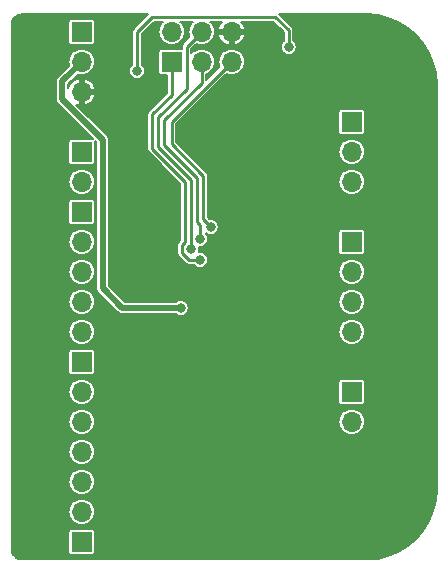
<source format=gbr>
%TF.GenerationSoftware,KiCad,Pcbnew,(5.1.2)-2*%
%TF.CreationDate,2019-08-30T16:56:42-04:00*%
%TF.ProjectId,ButtonInterfaceBoard 0-2,42757474-6f6e-4496-9e74-657266616365,rev?*%
%TF.SameCoordinates,Original*%
%TF.FileFunction,Copper,L2,Bot*%
%TF.FilePolarity,Positive*%
%FSLAX46Y46*%
G04 Gerber Fmt 4.6, Leading zero omitted, Abs format (unit mm)*
G04 Created by KiCad (PCBNEW (5.1.2)-2) date 2019-08-30 16:56:42*
%MOMM*%
%LPD*%
G04 APERTURE LIST*
%ADD10R,1.700000X1.700000*%
%ADD11O,1.700000X1.700000*%
%ADD12C,0.800000*%
%ADD13C,0.508000*%
%ADD14C,0.254000*%
%ADD15C,0.250000*%
%ADD16C,0.152400*%
G04 APERTURE END LIST*
D10*
X104140000Y-58420000D03*
D11*
X104140000Y-55880000D03*
X106680000Y-58420000D03*
X106680000Y-55880000D03*
X109220000Y-58420000D03*
X109220000Y-55880000D03*
D10*
X96520000Y-55880000D03*
D11*
X96520000Y-58420000D03*
X96520000Y-60960000D03*
X96520000Y-68580000D03*
D10*
X96520000Y-66040000D03*
X96520000Y-71120000D03*
D11*
X96520000Y-73660000D03*
X96520000Y-76200000D03*
X96520000Y-78740000D03*
X96520000Y-81280000D03*
D10*
X96520000Y-99060000D03*
D11*
X96520000Y-96520000D03*
X96520000Y-93980000D03*
X96520000Y-91440000D03*
D10*
X96520000Y-83820000D03*
D11*
X96520000Y-86360000D03*
X96520000Y-88900000D03*
X119380000Y-68580000D03*
X119380000Y-66040000D03*
D10*
X119380000Y-63500000D03*
X119380000Y-86360000D03*
D11*
X119380000Y-88900000D03*
X119380000Y-81280000D03*
X119380000Y-78740000D03*
X119380000Y-76200000D03*
D10*
X119380000Y-73660000D03*
D12*
X107569000Y-65278000D03*
X110490000Y-68580000D03*
X114554000Y-67310000D03*
X115824000Y-59055000D03*
X109474000Y-79121000D03*
X105791000Y-88900000D03*
X104902000Y-91440000D03*
X111506000Y-93345000D03*
X112141000Y-87630000D03*
X117475000Y-77470000D03*
X106680000Y-63119000D03*
X103886000Y-80899000D03*
X102870000Y-83185000D03*
X104902000Y-79248000D03*
X107442000Y-72390004D03*
X106553000Y-75184000D03*
X106553000Y-73406000D03*
X105791000Y-74295000D03*
X114046000Y-57150000D03*
X101219000Y-59182000D03*
D13*
X98298000Y-77597000D02*
X99949000Y-79248000D01*
X99949000Y-79248000D02*
X104902000Y-79248000D01*
X94869000Y-60071000D02*
X94869000Y-61595000D01*
X98298000Y-65024000D02*
X98298000Y-77597000D01*
X94869000Y-61595000D02*
X98298000Y-65024000D01*
X96520000Y-58420000D02*
X94869000Y-60071000D01*
D14*
X104140000Y-63500000D02*
X109220000Y-58420000D01*
X106807000Y-68072000D02*
X104140000Y-65405000D01*
X106807000Y-71755004D02*
X106807000Y-68072000D01*
X104140000Y-65405000D02*
X104140000Y-63500000D01*
X107442000Y-72390004D02*
X106807000Y-71755004D01*
X102489000Y-62865000D02*
X104140000Y-61214000D01*
X102489000Y-65786000D02*
X102489000Y-62865000D01*
X105283000Y-68580000D02*
X102489000Y-65786000D01*
X105283000Y-73660000D02*
X105283000Y-68580000D01*
X105029000Y-73914000D02*
X105283000Y-73660000D01*
X104140000Y-61214000D02*
X104140000Y-58420000D01*
X105029000Y-74608962D02*
X105029000Y-73914000D01*
X105604038Y-75184000D02*
X105029000Y-74608962D01*
X106553000Y-75184000D02*
X105604038Y-75184000D01*
X106680000Y-60198000D02*
X106680000Y-58420000D01*
X103505000Y-63373000D02*
X106680000Y-60198000D01*
X106553000Y-72263000D02*
X106299000Y-72009000D01*
X103505000Y-65458990D02*
X103505000Y-63373000D01*
X106299000Y-68252990D02*
X103505000Y-65458990D01*
X106299000Y-72009000D02*
X106299000Y-68252990D01*
X106553000Y-73406000D02*
X106553000Y-72263000D01*
X105410000Y-57150000D02*
X106680000Y-55880000D01*
X105791000Y-74295000D02*
X105791000Y-68387056D01*
X105791000Y-68387056D02*
X102997000Y-65593056D01*
X102997000Y-63119000D02*
X105410000Y-60706000D01*
X102997000Y-65593056D02*
X102997000Y-63119000D01*
X105410000Y-60706000D02*
X105410000Y-57150000D01*
D15*
X114046000Y-55753000D02*
X114046000Y-57150000D01*
X112903000Y-54610000D02*
X114046000Y-55753000D01*
X102489000Y-54610000D02*
X112903000Y-54610000D01*
X101219000Y-55880000D02*
X102489000Y-54610000D01*
X101219000Y-59182000D02*
X101219000Y-55880000D01*
D16*
G36*
X100949249Y-55582370D02*
G01*
X100933937Y-55594936D01*
X100916316Y-55616408D01*
X100883801Y-55656027D01*
X100846958Y-55724956D01*
X100846547Y-55725725D01*
X100838274Y-55752999D01*
X100823606Y-55801352D01*
X100815859Y-55880000D01*
X100817801Y-55899715D01*
X100817800Y-58636814D01*
X100787948Y-58656761D01*
X100693761Y-58750948D01*
X100619759Y-58861699D01*
X100568786Y-58984760D01*
X100542800Y-59115400D01*
X100542800Y-59248600D01*
X100568786Y-59379240D01*
X100619759Y-59502301D01*
X100693761Y-59613052D01*
X100787948Y-59707239D01*
X100898699Y-59781241D01*
X101021760Y-59832214D01*
X101152400Y-59858200D01*
X101285600Y-59858200D01*
X101416240Y-59832214D01*
X101539301Y-59781241D01*
X101650052Y-59707239D01*
X101744239Y-59613052D01*
X101818241Y-59502301D01*
X101869214Y-59379240D01*
X101895200Y-59248600D01*
X101895200Y-59115400D01*
X101869214Y-58984760D01*
X101818241Y-58861699D01*
X101744239Y-58750948D01*
X101650052Y-58656761D01*
X101620200Y-58636814D01*
X101620200Y-56046181D01*
X102655182Y-55011200D01*
X103423396Y-55011200D01*
X103339803Y-55079803D01*
X103199068Y-55251290D01*
X103094493Y-55446937D01*
X103030095Y-55659226D01*
X103008351Y-55880000D01*
X103030095Y-56100774D01*
X103094493Y-56313063D01*
X103199068Y-56508710D01*
X103339803Y-56680197D01*
X103511290Y-56820932D01*
X103706937Y-56925507D01*
X103919226Y-56989905D01*
X104084675Y-57006200D01*
X104195325Y-57006200D01*
X104360774Y-56989905D01*
X104573063Y-56925507D01*
X104768710Y-56820932D01*
X104940197Y-56680197D01*
X105080932Y-56508710D01*
X105185507Y-56313063D01*
X105249905Y-56100774D01*
X105271649Y-55880000D01*
X105249905Y-55659226D01*
X105185507Y-55446937D01*
X105080932Y-55251290D01*
X104940197Y-55079803D01*
X104856604Y-55011200D01*
X105963396Y-55011200D01*
X105879803Y-55079803D01*
X105739068Y-55251290D01*
X105634493Y-55446937D01*
X105570095Y-55659226D01*
X105548351Y-55880000D01*
X105570095Y-56100774D01*
X105634493Y-56313063D01*
X105649204Y-56340586D01*
X105138892Y-56850898D01*
X105123517Y-56863516D01*
X105110899Y-56878891D01*
X105110896Y-56878894D01*
X105073131Y-56924911D01*
X105035691Y-56994956D01*
X105012635Y-57070959D01*
X105004851Y-57150000D01*
X105006801Y-57169801D01*
X105006801Y-57294119D01*
X104990000Y-57292464D01*
X103290000Y-57292464D01*
X103235855Y-57297797D01*
X103183792Y-57313590D01*
X103135809Y-57339237D01*
X103093752Y-57373752D01*
X103059237Y-57415809D01*
X103033590Y-57463792D01*
X103017797Y-57515855D01*
X103012464Y-57570000D01*
X103012464Y-59270000D01*
X103017797Y-59324145D01*
X103033590Y-59376208D01*
X103059237Y-59424191D01*
X103093752Y-59466248D01*
X103135809Y-59500763D01*
X103183792Y-59526410D01*
X103235855Y-59542203D01*
X103290000Y-59547536D01*
X103736801Y-59547536D01*
X103736800Y-61046989D01*
X102217892Y-62565898D01*
X102202517Y-62578516D01*
X102189899Y-62593891D01*
X102189896Y-62593894D01*
X102152131Y-62639911D01*
X102114691Y-62709956D01*
X102091635Y-62785959D01*
X102083851Y-62865000D01*
X102085801Y-62884801D01*
X102085800Y-65766209D01*
X102083851Y-65786000D01*
X102085800Y-65805791D01*
X102085800Y-65805797D01*
X102087123Y-65819226D01*
X102091549Y-65864162D01*
X102091635Y-65865040D01*
X102114690Y-65941043D01*
X102152130Y-66011088D01*
X102202516Y-66072484D01*
X102217897Y-66085107D01*
X104879801Y-68747011D01*
X104879800Y-73492990D01*
X104757892Y-73614898D01*
X104742517Y-73627516D01*
X104729899Y-73642891D01*
X104729896Y-73642894D01*
X104692131Y-73688911D01*
X104654691Y-73758956D01*
X104631635Y-73834959D01*
X104623851Y-73914000D01*
X104625801Y-73933800D01*
X104625800Y-74589171D01*
X104623851Y-74608962D01*
X104625800Y-74628753D01*
X104625800Y-74628759D01*
X104631635Y-74688002D01*
X104654690Y-74764005D01*
X104692130Y-74834050D01*
X104742516Y-74895446D01*
X104757897Y-74908069D01*
X105304936Y-75455109D01*
X105317554Y-75470484D01*
X105332929Y-75483102D01*
X105332932Y-75483105D01*
X105378949Y-75520870D01*
X105448993Y-75558310D01*
X105524997Y-75581365D01*
X105584240Y-75587200D01*
X105584247Y-75587200D01*
X105604038Y-75589149D01*
X105623829Y-75587200D01*
X106009151Y-75587200D01*
X106027761Y-75615052D01*
X106121948Y-75709239D01*
X106232699Y-75783241D01*
X106355760Y-75834214D01*
X106486400Y-75860200D01*
X106619600Y-75860200D01*
X106750240Y-75834214D01*
X106873301Y-75783241D01*
X106984052Y-75709239D01*
X107078239Y-75615052D01*
X107152241Y-75504301D01*
X107203214Y-75381240D01*
X107229200Y-75250600D01*
X107229200Y-75117400D01*
X107203214Y-74986760D01*
X107152241Y-74863699D01*
X107078239Y-74752948D01*
X106984052Y-74658761D01*
X106873301Y-74584759D01*
X106750240Y-74533786D01*
X106619600Y-74507800D01*
X106486400Y-74507800D01*
X106430133Y-74518992D01*
X106441214Y-74492240D01*
X106467200Y-74361600D01*
X106467200Y-74228400D01*
X106441214Y-74097760D01*
X106430133Y-74071008D01*
X106486400Y-74082200D01*
X106619600Y-74082200D01*
X106750240Y-74056214D01*
X106873301Y-74005241D01*
X106984052Y-73931239D01*
X107078239Y-73837052D01*
X107152241Y-73726301D01*
X107203214Y-73603240D01*
X107229200Y-73472600D01*
X107229200Y-73339400D01*
X107203214Y-73208760D01*
X107152241Y-73085699D01*
X107078239Y-72974948D01*
X107033810Y-72930519D01*
X107121699Y-72989245D01*
X107244760Y-73040218D01*
X107375400Y-73066204D01*
X107508600Y-73066204D01*
X107639240Y-73040218D01*
X107762301Y-72989245D01*
X107873052Y-72915243D01*
X107967239Y-72821056D01*
X107974626Y-72810000D01*
X118252464Y-72810000D01*
X118252464Y-74510000D01*
X118257797Y-74564145D01*
X118273590Y-74616208D01*
X118299237Y-74664191D01*
X118333752Y-74706248D01*
X118375809Y-74740763D01*
X118423792Y-74766410D01*
X118475855Y-74782203D01*
X118530000Y-74787536D01*
X120230000Y-74787536D01*
X120284145Y-74782203D01*
X120336208Y-74766410D01*
X120384191Y-74740763D01*
X120426248Y-74706248D01*
X120460763Y-74664191D01*
X120486410Y-74616208D01*
X120502203Y-74564145D01*
X120507536Y-74510000D01*
X120507536Y-72810000D01*
X120502203Y-72755855D01*
X120486410Y-72703792D01*
X120460763Y-72655809D01*
X120426248Y-72613752D01*
X120384191Y-72579237D01*
X120336208Y-72553590D01*
X120284145Y-72537797D01*
X120230000Y-72532464D01*
X118530000Y-72532464D01*
X118475855Y-72537797D01*
X118423792Y-72553590D01*
X118375809Y-72579237D01*
X118333752Y-72613752D01*
X118299237Y-72655809D01*
X118273590Y-72703792D01*
X118257797Y-72755855D01*
X118252464Y-72810000D01*
X107974626Y-72810000D01*
X108041241Y-72710305D01*
X108092214Y-72587244D01*
X108118200Y-72456604D01*
X108118200Y-72323404D01*
X108092214Y-72192764D01*
X108041241Y-72069703D01*
X107967239Y-71958952D01*
X107873052Y-71864765D01*
X107762301Y-71790763D01*
X107639240Y-71739790D01*
X107508600Y-71713804D01*
X107375400Y-71713804D01*
X107342546Y-71720339D01*
X107210200Y-71587994D01*
X107210200Y-68580000D01*
X118248351Y-68580000D01*
X118270095Y-68800774D01*
X118334493Y-69013063D01*
X118439068Y-69208710D01*
X118579803Y-69380197D01*
X118751290Y-69520932D01*
X118946937Y-69625507D01*
X119159226Y-69689905D01*
X119324675Y-69706200D01*
X119435325Y-69706200D01*
X119600774Y-69689905D01*
X119813063Y-69625507D01*
X120008710Y-69520932D01*
X120180197Y-69380197D01*
X120320932Y-69208710D01*
X120425507Y-69013063D01*
X120489905Y-68800774D01*
X120511649Y-68580000D01*
X120489905Y-68359226D01*
X120425507Y-68146937D01*
X120320932Y-67951290D01*
X120180197Y-67779803D01*
X120008710Y-67639068D01*
X119813063Y-67534493D01*
X119600774Y-67470095D01*
X119435325Y-67453800D01*
X119324675Y-67453800D01*
X119159226Y-67470095D01*
X118946937Y-67534493D01*
X118751290Y-67639068D01*
X118579803Y-67779803D01*
X118439068Y-67951290D01*
X118334493Y-68146937D01*
X118270095Y-68359226D01*
X118248351Y-68580000D01*
X107210200Y-68580000D01*
X107210200Y-68091791D01*
X107212149Y-68072000D01*
X107210200Y-68052209D01*
X107210200Y-68052202D01*
X107204365Y-67992959D01*
X107201012Y-67981906D01*
X107181310Y-67916955D01*
X107143870Y-67846911D01*
X107106105Y-67800894D01*
X107106102Y-67800891D01*
X107093484Y-67785516D01*
X107078109Y-67772898D01*
X105345211Y-66040000D01*
X118248351Y-66040000D01*
X118270095Y-66260774D01*
X118334493Y-66473063D01*
X118439068Y-66668710D01*
X118579803Y-66840197D01*
X118751290Y-66980932D01*
X118946937Y-67085507D01*
X119159226Y-67149905D01*
X119324675Y-67166200D01*
X119435325Y-67166200D01*
X119600774Y-67149905D01*
X119813063Y-67085507D01*
X120008710Y-66980932D01*
X120180197Y-66840197D01*
X120320932Y-66668710D01*
X120425507Y-66473063D01*
X120489905Y-66260774D01*
X120511649Y-66040000D01*
X120489905Y-65819226D01*
X120425507Y-65606937D01*
X120320932Y-65411290D01*
X120180197Y-65239803D01*
X120008710Y-65099068D01*
X119813063Y-64994493D01*
X119600774Y-64930095D01*
X119435325Y-64913800D01*
X119324675Y-64913800D01*
X119159226Y-64930095D01*
X118946937Y-64994493D01*
X118751290Y-65099068D01*
X118579803Y-65239803D01*
X118439068Y-65411290D01*
X118334493Y-65606937D01*
X118270095Y-65819226D01*
X118248351Y-66040000D01*
X105345211Y-66040000D01*
X104543200Y-65237990D01*
X104543200Y-63667010D01*
X105560210Y-62650000D01*
X118252464Y-62650000D01*
X118252464Y-64350000D01*
X118257797Y-64404145D01*
X118273590Y-64456208D01*
X118299237Y-64504191D01*
X118333752Y-64546248D01*
X118375809Y-64580763D01*
X118423792Y-64606410D01*
X118475855Y-64622203D01*
X118530000Y-64627536D01*
X120230000Y-64627536D01*
X120284145Y-64622203D01*
X120336208Y-64606410D01*
X120384191Y-64580763D01*
X120426248Y-64546248D01*
X120460763Y-64504191D01*
X120486410Y-64456208D01*
X120502203Y-64404145D01*
X120507536Y-64350000D01*
X120507536Y-62650000D01*
X120502203Y-62595855D01*
X120486410Y-62543792D01*
X120460763Y-62495809D01*
X120426248Y-62453752D01*
X120384191Y-62419237D01*
X120336208Y-62393590D01*
X120284145Y-62377797D01*
X120230000Y-62372464D01*
X118530000Y-62372464D01*
X118475855Y-62377797D01*
X118423792Y-62393590D01*
X118375809Y-62419237D01*
X118333752Y-62453752D01*
X118299237Y-62495809D01*
X118273590Y-62543792D01*
X118257797Y-62595855D01*
X118252464Y-62650000D01*
X105560210Y-62650000D01*
X108759415Y-59450796D01*
X108786937Y-59465507D01*
X108999226Y-59529905D01*
X109164675Y-59546200D01*
X109275325Y-59546200D01*
X109440774Y-59529905D01*
X109653063Y-59465507D01*
X109848710Y-59360932D01*
X110020197Y-59220197D01*
X110160932Y-59048710D01*
X110265507Y-58853063D01*
X110329905Y-58640774D01*
X110351649Y-58420000D01*
X110329905Y-58199226D01*
X110265507Y-57986937D01*
X110160932Y-57791290D01*
X110020197Y-57619803D01*
X109848710Y-57479068D01*
X109653063Y-57374493D01*
X109440774Y-57310095D01*
X109275325Y-57293800D01*
X109164675Y-57293800D01*
X108999226Y-57310095D01*
X108786937Y-57374493D01*
X108591290Y-57479068D01*
X108419803Y-57619803D01*
X108279068Y-57791290D01*
X108174493Y-57986937D01*
X108110095Y-58199226D01*
X108088351Y-58420000D01*
X108110095Y-58640774D01*
X108174493Y-58853063D01*
X108189204Y-58880585D01*
X107083200Y-59986589D01*
X107083200Y-59474566D01*
X107113063Y-59465507D01*
X107308710Y-59360932D01*
X107480197Y-59220197D01*
X107620932Y-59048710D01*
X107725507Y-58853063D01*
X107789905Y-58640774D01*
X107811649Y-58420000D01*
X107789905Y-58199226D01*
X107725507Y-57986937D01*
X107620932Y-57791290D01*
X107480197Y-57619803D01*
X107308710Y-57479068D01*
X107113063Y-57374493D01*
X106900774Y-57310095D01*
X106735325Y-57293800D01*
X106624675Y-57293800D01*
X106459226Y-57310095D01*
X106246937Y-57374493D01*
X106051290Y-57479068D01*
X105879803Y-57619803D01*
X105813200Y-57700959D01*
X105813200Y-57317010D01*
X106219414Y-56910796D01*
X106246937Y-56925507D01*
X106459226Y-56989905D01*
X106624675Y-57006200D01*
X106735325Y-57006200D01*
X106900774Y-56989905D01*
X107113063Y-56925507D01*
X107308710Y-56820932D01*
X107480197Y-56680197D01*
X107620932Y-56508710D01*
X107725507Y-56313063D01*
X107748238Y-56238129D01*
X108095440Y-56238129D01*
X108186916Y-56450638D01*
X108318092Y-56641218D01*
X108483928Y-56802545D01*
X108678051Y-56928419D01*
X108861872Y-57004552D01*
X109042200Y-56963154D01*
X109042200Y-56057800D01*
X109397800Y-56057800D01*
X109397800Y-56963154D01*
X109578128Y-57004552D01*
X109761949Y-56928419D01*
X109956072Y-56802545D01*
X110121908Y-56641218D01*
X110253084Y-56450638D01*
X110344560Y-56238129D01*
X110304189Y-56057800D01*
X109397800Y-56057800D01*
X109042200Y-56057800D01*
X108135811Y-56057800D01*
X108095440Y-56238129D01*
X107748238Y-56238129D01*
X107789905Y-56100774D01*
X107811649Y-55880000D01*
X107789905Y-55659226D01*
X107725507Y-55446937D01*
X107620932Y-55251290D01*
X107480197Y-55079803D01*
X107396604Y-55011200D01*
X108428681Y-55011200D01*
X108318092Y-55118782D01*
X108186916Y-55309362D01*
X108095440Y-55521871D01*
X108135811Y-55702200D01*
X109042200Y-55702200D01*
X109042200Y-55682200D01*
X109397800Y-55682200D01*
X109397800Y-55702200D01*
X110304189Y-55702200D01*
X110344560Y-55521871D01*
X110253084Y-55309362D01*
X110121908Y-55118782D01*
X110011319Y-55011200D01*
X112736819Y-55011200D01*
X113644800Y-55919182D01*
X113644801Y-56604814D01*
X113614948Y-56624761D01*
X113520761Y-56718948D01*
X113446759Y-56829699D01*
X113395786Y-56952760D01*
X113369800Y-57083400D01*
X113369800Y-57216600D01*
X113395786Y-57347240D01*
X113446759Y-57470301D01*
X113520761Y-57581052D01*
X113614948Y-57675239D01*
X113725699Y-57749241D01*
X113848760Y-57800214D01*
X113979400Y-57826200D01*
X114112600Y-57826200D01*
X114243240Y-57800214D01*
X114366301Y-57749241D01*
X114477052Y-57675239D01*
X114571239Y-57581052D01*
X114645241Y-57470301D01*
X114696214Y-57347240D01*
X114722200Y-57216600D01*
X114722200Y-57083400D01*
X114696214Y-56952760D01*
X114645241Y-56829699D01*
X114571239Y-56718948D01*
X114477052Y-56624761D01*
X114447200Y-56604814D01*
X114447200Y-55772704D01*
X114449141Y-55752999D01*
X114447200Y-55733292D01*
X114441395Y-55674351D01*
X114418454Y-55598725D01*
X114399192Y-55562689D01*
X114381199Y-55529026D01*
X114360628Y-55503961D01*
X114331064Y-55467936D01*
X114315753Y-55455371D01*
X113254481Y-54394100D01*
X120633534Y-54394100D01*
X121577596Y-54468399D01*
X122482346Y-54685610D01*
X123341983Y-55041684D01*
X124135335Y-55527851D01*
X124842863Y-56132137D01*
X125447150Y-56839665D01*
X125933314Y-57633012D01*
X126289390Y-58492654D01*
X126506601Y-59397403D01*
X126580900Y-60341467D01*
X126580901Y-94598521D01*
X126506601Y-95542597D01*
X126289390Y-96447346D01*
X125933314Y-97306988D01*
X125447150Y-98100335D01*
X124842863Y-98807863D01*
X124135335Y-99412149D01*
X123341983Y-99898316D01*
X122482346Y-100254390D01*
X121577596Y-100471601D01*
X120633534Y-100545900D01*
X91460499Y-100545900D01*
X91275114Y-100527723D01*
X91116515Y-100479839D01*
X90970228Y-100402056D01*
X90841846Y-100297351D01*
X90736238Y-100169693D01*
X90657439Y-100023958D01*
X90608447Y-99865692D01*
X90589100Y-99681609D01*
X90589100Y-98210000D01*
X95392464Y-98210000D01*
X95392464Y-99910000D01*
X95397797Y-99964145D01*
X95413590Y-100016208D01*
X95439237Y-100064191D01*
X95473752Y-100106248D01*
X95515809Y-100140763D01*
X95563792Y-100166410D01*
X95615855Y-100182203D01*
X95670000Y-100187536D01*
X97370000Y-100187536D01*
X97424145Y-100182203D01*
X97476208Y-100166410D01*
X97524191Y-100140763D01*
X97566248Y-100106248D01*
X97600763Y-100064191D01*
X97626410Y-100016208D01*
X97642203Y-99964145D01*
X97647536Y-99910000D01*
X97647536Y-98210000D01*
X97642203Y-98155855D01*
X97626410Y-98103792D01*
X97600763Y-98055809D01*
X97566248Y-98013752D01*
X97524191Y-97979237D01*
X97476208Y-97953590D01*
X97424145Y-97937797D01*
X97370000Y-97932464D01*
X95670000Y-97932464D01*
X95615855Y-97937797D01*
X95563792Y-97953590D01*
X95515809Y-97979237D01*
X95473752Y-98013752D01*
X95439237Y-98055809D01*
X95413590Y-98103792D01*
X95397797Y-98155855D01*
X95392464Y-98210000D01*
X90589100Y-98210000D01*
X90589100Y-96520000D01*
X95388351Y-96520000D01*
X95410095Y-96740774D01*
X95474493Y-96953063D01*
X95579068Y-97148710D01*
X95719803Y-97320197D01*
X95891290Y-97460932D01*
X96086937Y-97565507D01*
X96299226Y-97629905D01*
X96464675Y-97646200D01*
X96575325Y-97646200D01*
X96740774Y-97629905D01*
X96953063Y-97565507D01*
X97148710Y-97460932D01*
X97320197Y-97320197D01*
X97460932Y-97148710D01*
X97565507Y-96953063D01*
X97629905Y-96740774D01*
X97651649Y-96520000D01*
X97629905Y-96299226D01*
X97565507Y-96086937D01*
X97460932Y-95891290D01*
X97320197Y-95719803D01*
X97148710Y-95579068D01*
X96953063Y-95474493D01*
X96740774Y-95410095D01*
X96575325Y-95393800D01*
X96464675Y-95393800D01*
X96299226Y-95410095D01*
X96086937Y-95474493D01*
X95891290Y-95579068D01*
X95719803Y-95719803D01*
X95579068Y-95891290D01*
X95474493Y-96086937D01*
X95410095Y-96299226D01*
X95388351Y-96520000D01*
X90589100Y-96520000D01*
X90589100Y-93980000D01*
X95388351Y-93980000D01*
X95410095Y-94200774D01*
X95474493Y-94413063D01*
X95579068Y-94608710D01*
X95719803Y-94780197D01*
X95891290Y-94920932D01*
X96086937Y-95025507D01*
X96299226Y-95089905D01*
X96464675Y-95106200D01*
X96575325Y-95106200D01*
X96740774Y-95089905D01*
X96953063Y-95025507D01*
X97148710Y-94920932D01*
X97320197Y-94780197D01*
X97460932Y-94608710D01*
X97565507Y-94413063D01*
X97629905Y-94200774D01*
X97651649Y-93980000D01*
X97629905Y-93759226D01*
X97565507Y-93546937D01*
X97460932Y-93351290D01*
X97320197Y-93179803D01*
X97148710Y-93039068D01*
X96953063Y-92934493D01*
X96740774Y-92870095D01*
X96575325Y-92853800D01*
X96464675Y-92853800D01*
X96299226Y-92870095D01*
X96086937Y-92934493D01*
X95891290Y-93039068D01*
X95719803Y-93179803D01*
X95579068Y-93351290D01*
X95474493Y-93546937D01*
X95410095Y-93759226D01*
X95388351Y-93980000D01*
X90589100Y-93980000D01*
X90589100Y-91440000D01*
X95388351Y-91440000D01*
X95410095Y-91660774D01*
X95474493Y-91873063D01*
X95579068Y-92068710D01*
X95719803Y-92240197D01*
X95891290Y-92380932D01*
X96086937Y-92485507D01*
X96299226Y-92549905D01*
X96464675Y-92566200D01*
X96575325Y-92566200D01*
X96740774Y-92549905D01*
X96953063Y-92485507D01*
X97148710Y-92380932D01*
X97320197Y-92240197D01*
X97460932Y-92068710D01*
X97565507Y-91873063D01*
X97629905Y-91660774D01*
X97651649Y-91440000D01*
X97629905Y-91219226D01*
X97565507Y-91006937D01*
X97460932Y-90811290D01*
X97320197Y-90639803D01*
X97148710Y-90499068D01*
X96953063Y-90394493D01*
X96740774Y-90330095D01*
X96575325Y-90313800D01*
X96464675Y-90313800D01*
X96299226Y-90330095D01*
X96086937Y-90394493D01*
X95891290Y-90499068D01*
X95719803Y-90639803D01*
X95579068Y-90811290D01*
X95474493Y-91006937D01*
X95410095Y-91219226D01*
X95388351Y-91440000D01*
X90589100Y-91440000D01*
X90589100Y-88900000D01*
X95388351Y-88900000D01*
X95410095Y-89120774D01*
X95474493Y-89333063D01*
X95579068Y-89528710D01*
X95719803Y-89700197D01*
X95891290Y-89840932D01*
X96086937Y-89945507D01*
X96299226Y-90009905D01*
X96464675Y-90026200D01*
X96575325Y-90026200D01*
X96740774Y-90009905D01*
X96953063Y-89945507D01*
X97148710Y-89840932D01*
X97320197Y-89700197D01*
X97460932Y-89528710D01*
X97565507Y-89333063D01*
X97629905Y-89120774D01*
X97651649Y-88900000D01*
X118248351Y-88900000D01*
X118270095Y-89120774D01*
X118334493Y-89333063D01*
X118439068Y-89528710D01*
X118579803Y-89700197D01*
X118751290Y-89840932D01*
X118946937Y-89945507D01*
X119159226Y-90009905D01*
X119324675Y-90026200D01*
X119435325Y-90026200D01*
X119600774Y-90009905D01*
X119813063Y-89945507D01*
X120008710Y-89840932D01*
X120180197Y-89700197D01*
X120320932Y-89528710D01*
X120425507Y-89333063D01*
X120489905Y-89120774D01*
X120511649Y-88900000D01*
X120489905Y-88679226D01*
X120425507Y-88466937D01*
X120320932Y-88271290D01*
X120180197Y-88099803D01*
X120008710Y-87959068D01*
X119813063Y-87854493D01*
X119600774Y-87790095D01*
X119435325Y-87773800D01*
X119324675Y-87773800D01*
X119159226Y-87790095D01*
X118946937Y-87854493D01*
X118751290Y-87959068D01*
X118579803Y-88099803D01*
X118439068Y-88271290D01*
X118334493Y-88466937D01*
X118270095Y-88679226D01*
X118248351Y-88900000D01*
X97651649Y-88900000D01*
X97629905Y-88679226D01*
X97565507Y-88466937D01*
X97460932Y-88271290D01*
X97320197Y-88099803D01*
X97148710Y-87959068D01*
X96953063Y-87854493D01*
X96740774Y-87790095D01*
X96575325Y-87773800D01*
X96464675Y-87773800D01*
X96299226Y-87790095D01*
X96086937Y-87854493D01*
X95891290Y-87959068D01*
X95719803Y-88099803D01*
X95579068Y-88271290D01*
X95474493Y-88466937D01*
X95410095Y-88679226D01*
X95388351Y-88900000D01*
X90589100Y-88900000D01*
X90589100Y-86360000D01*
X95388351Y-86360000D01*
X95410095Y-86580774D01*
X95474493Y-86793063D01*
X95579068Y-86988710D01*
X95719803Y-87160197D01*
X95891290Y-87300932D01*
X96086937Y-87405507D01*
X96299226Y-87469905D01*
X96464675Y-87486200D01*
X96575325Y-87486200D01*
X96740774Y-87469905D01*
X96953063Y-87405507D01*
X97148710Y-87300932D01*
X97320197Y-87160197D01*
X97460932Y-86988710D01*
X97565507Y-86793063D01*
X97629905Y-86580774D01*
X97651649Y-86360000D01*
X97629905Y-86139226D01*
X97565507Y-85926937D01*
X97460932Y-85731290D01*
X97320197Y-85559803D01*
X97259512Y-85510000D01*
X118252464Y-85510000D01*
X118252464Y-87210000D01*
X118257797Y-87264145D01*
X118273590Y-87316208D01*
X118299237Y-87364191D01*
X118333752Y-87406248D01*
X118375809Y-87440763D01*
X118423792Y-87466410D01*
X118475855Y-87482203D01*
X118530000Y-87487536D01*
X120230000Y-87487536D01*
X120284145Y-87482203D01*
X120336208Y-87466410D01*
X120384191Y-87440763D01*
X120426248Y-87406248D01*
X120460763Y-87364191D01*
X120486410Y-87316208D01*
X120502203Y-87264145D01*
X120507536Y-87210000D01*
X120507536Y-85510000D01*
X120502203Y-85455855D01*
X120486410Y-85403792D01*
X120460763Y-85355809D01*
X120426248Y-85313752D01*
X120384191Y-85279237D01*
X120336208Y-85253590D01*
X120284145Y-85237797D01*
X120230000Y-85232464D01*
X118530000Y-85232464D01*
X118475855Y-85237797D01*
X118423792Y-85253590D01*
X118375809Y-85279237D01*
X118333752Y-85313752D01*
X118299237Y-85355809D01*
X118273590Y-85403792D01*
X118257797Y-85455855D01*
X118252464Y-85510000D01*
X97259512Y-85510000D01*
X97148710Y-85419068D01*
X96953063Y-85314493D01*
X96740774Y-85250095D01*
X96575325Y-85233800D01*
X96464675Y-85233800D01*
X96299226Y-85250095D01*
X96086937Y-85314493D01*
X95891290Y-85419068D01*
X95719803Y-85559803D01*
X95579068Y-85731290D01*
X95474493Y-85926937D01*
X95410095Y-86139226D01*
X95388351Y-86360000D01*
X90589100Y-86360000D01*
X90589100Y-82970000D01*
X95392464Y-82970000D01*
X95392464Y-84670000D01*
X95397797Y-84724145D01*
X95413590Y-84776208D01*
X95439237Y-84824191D01*
X95473752Y-84866248D01*
X95515809Y-84900763D01*
X95563792Y-84926410D01*
X95615855Y-84942203D01*
X95670000Y-84947536D01*
X97370000Y-84947536D01*
X97424145Y-84942203D01*
X97476208Y-84926410D01*
X97524191Y-84900763D01*
X97566248Y-84866248D01*
X97600763Y-84824191D01*
X97626410Y-84776208D01*
X97642203Y-84724145D01*
X97647536Y-84670000D01*
X97647536Y-82970000D01*
X97642203Y-82915855D01*
X97626410Y-82863792D01*
X97600763Y-82815809D01*
X97566248Y-82773752D01*
X97524191Y-82739237D01*
X97476208Y-82713590D01*
X97424145Y-82697797D01*
X97370000Y-82692464D01*
X95670000Y-82692464D01*
X95615855Y-82697797D01*
X95563792Y-82713590D01*
X95515809Y-82739237D01*
X95473752Y-82773752D01*
X95439237Y-82815809D01*
X95413590Y-82863792D01*
X95397797Y-82915855D01*
X95392464Y-82970000D01*
X90589100Y-82970000D01*
X90589100Y-81280000D01*
X95388351Y-81280000D01*
X95410095Y-81500774D01*
X95474493Y-81713063D01*
X95579068Y-81908710D01*
X95719803Y-82080197D01*
X95891290Y-82220932D01*
X96086937Y-82325507D01*
X96299226Y-82389905D01*
X96464675Y-82406200D01*
X96575325Y-82406200D01*
X96740774Y-82389905D01*
X96953063Y-82325507D01*
X97148710Y-82220932D01*
X97320197Y-82080197D01*
X97460932Y-81908710D01*
X97565507Y-81713063D01*
X97629905Y-81500774D01*
X97651649Y-81280000D01*
X118248351Y-81280000D01*
X118270095Y-81500774D01*
X118334493Y-81713063D01*
X118439068Y-81908710D01*
X118579803Y-82080197D01*
X118751290Y-82220932D01*
X118946937Y-82325507D01*
X119159226Y-82389905D01*
X119324675Y-82406200D01*
X119435325Y-82406200D01*
X119600774Y-82389905D01*
X119813063Y-82325507D01*
X120008710Y-82220932D01*
X120180197Y-82080197D01*
X120320932Y-81908710D01*
X120425507Y-81713063D01*
X120489905Y-81500774D01*
X120511649Y-81280000D01*
X120489905Y-81059226D01*
X120425507Y-80846937D01*
X120320932Y-80651290D01*
X120180197Y-80479803D01*
X120008710Y-80339068D01*
X119813063Y-80234493D01*
X119600774Y-80170095D01*
X119435325Y-80153800D01*
X119324675Y-80153800D01*
X119159226Y-80170095D01*
X118946937Y-80234493D01*
X118751290Y-80339068D01*
X118579803Y-80479803D01*
X118439068Y-80651290D01*
X118334493Y-80846937D01*
X118270095Y-81059226D01*
X118248351Y-81280000D01*
X97651649Y-81280000D01*
X97629905Y-81059226D01*
X97565507Y-80846937D01*
X97460932Y-80651290D01*
X97320197Y-80479803D01*
X97148710Y-80339068D01*
X96953063Y-80234493D01*
X96740774Y-80170095D01*
X96575325Y-80153800D01*
X96464675Y-80153800D01*
X96299226Y-80170095D01*
X96086937Y-80234493D01*
X95891290Y-80339068D01*
X95719803Y-80479803D01*
X95579068Y-80651290D01*
X95474493Y-80846937D01*
X95410095Y-81059226D01*
X95388351Y-81280000D01*
X90589100Y-81280000D01*
X90589100Y-78740000D01*
X95388351Y-78740000D01*
X95410095Y-78960774D01*
X95474493Y-79173063D01*
X95579068Y-79368710D01*
X95719803Y-79540197D01*
X95891290Y-79680932D01*
X96086937Y-79785507D01*
X96299226Y-79849905D01*
X96464675Y-79866200D01*
X96575325Y-79866200D01*
X96740774Y-79849905D01*
X96953063Y-79785507D01*
X97148710Y-79680932D01*
X97320197Y-79540197D01*
X97460932Y-79368710D01*
X97565507Y-79173063D01*
X97629905Y-78960774D01*
X97651649Y-78740000D01*
X97629905Y-78519226D01*
X97565507Y-78306937D01*
X97460932Y-78111290D01*
X97320197Y-77939803D01*
X97148710Y-77799068D01*
X96953063Y-77694493D01*
X96740774Y-77630095D01*
X96575325Y-77613800D01*
X96464675Y-77613800D01*
X96299226Y-77630095D01*
X96086937Y-77694493D01*
X95891290Y-77799068D01*
X95719803Y-77939803D01*
X95579068Y-78111290D01*
X95474493Y-78306937D01*
X95410095Y-78519226D01*
X95388351Y-78740000D01*
X90589100Y-78740000D01*
X90589100Y-76200000D01*
X95388351Y-76200000D01*
X95410095Y-76420774D01*
X95474493Y-76633063D01*
X95579068Y-76828710D01*
X95719803Y-77000197D01*
X95891290Y-77140932D01*
X96086937Y-77245507D01*
X96299226Y-77309905D01*
X96464675Y-77326200D01*
X96575325Y-77326200D01*
X96740774Y-77309905D01*
X96953063Y-77245507D01*
X97148710Y-77140932D01*
X97320197Y-77000197D01*
X97460932Y-76828710D01*
X97565507Y-76633063D01*
X97629905Y-76420774D01*
X97651649Y-76200000D01*
X97629905Y-75979226D01*
X97565507Y-75766937D01*
X97460932Y-75571290D01*
X97320197Y-75399803D01*
X97148710Y-75259068D01*
X96953063Y-75154493D01*
X96740774Y-75090095D01*
X96575325Y-75073800D01*
X96464675Y-75073800D01*
X96299226Y-75090095D01*
X96086937Y-75154493D01*
X95891290Y-75259068D01*
X95719803Y-75399803D01*
X95579068Y-75571290D01*
X95474493Y-75766937D01*
X95410095Y-75979226D01*
X95388351Y-76200000D01*
X90589100Y-76200000D01*
X90589100Y-73660000D01*
X95388351Y-73660000D01*
X95410095Y-73880774D01*
X95474493Y-74093063D01*
X95579068Y-74288710D01*
X95719803Y-74460197D01*
X95891290Y-74600932D01*
X96086937Y-74705507D01*
X96299226Y-74769905D01*
X96464675Y-74786200D01*
X96575325Y-74786200D01*
X96740774Y-74769905D01*
X96953063Y-74705507D01*
X97148710Y-74600932D01*
X97320197Y-74460197D01*
X97460932Y-74288710D01*
X97565507Y-74093063D01*
X97629905Y-73880774D01*
X97651649Y-73660000D01*
X97629905Y-73439226D01*
X97565507Y-73226937D01*
X97460932Y-73031290D01*
X97320197Y-72859803D01*
X97148710Y-72719068D01*
X96953063Y-72614493D01*
X96740774Y-72550095D01*
X96575325Y-72533800D01*
X96464675Y-72533800D01*
X96299226Y-72550095D01*
X96086937Y-72614493D01*
X95891290Y-72719068D01*
X95719803Y-72859803D01*
X95579068Y-73031290D01*
X95474493Y-73226937D01*
X95410095Y-73439226D01*
X95388351Y-73660000D01*
X90589100Y-73660000D01*
X90589100Y-70270000D01*
X95392464Y-70270000D01*
X95392464Y-71970000D01*
X95397797Y-72024145D01*
X95413590Y-72076208D01*
X95439237Y-72124191D01*
X95473752Y-72166248D01*
X95515809Y-72200763D01*
X95563792Y-72226410D01*
X95615855Y-72242203D01*
X95670000Y-72247536D01*
X97370000Y-72247536D01*
X97424145Y-72242203D01*
X97476208Y-72226410D01*
X97524191Y-72200763D01*
X97566248Y-72166248D01*
X97600763Y-72124191D01*
X97626410Y-72076208D01*
X97642203Y-72024145D01*
X97647536Y-71970000D01*
X97647536Y-70270000D01*
X97642203Y-70215855D01*
X97626410Y-70163792D01*
X97600763Y-70115809D01*
X97566248Y-70073752D01*
X97524191Y-70039237D01*
X97476208Y-70013590D01*
X97424145Y-69997797D01*
X97370000Y-69992464D01*
X95670000Y-69992464D01*
X95615855Y-69997797D01*
X95563792Y-70013590D01*
X95515809Y-70039237D01*
X95473752Y-70073752D01*
X95439237Y-70115809D01*
X95413590Y-70163792D01*
X95397797Y-70215855D01*
X95392464Y-70270000D01*
X90589100Y-70270000D01*
X90589100Y-68580000D01*
X95388351Y-68580000D01*
X95410095Y-68800774D01*
X95474493Y-69013063D01*
X95579068Y-69208710D01*
X95719803Y-69380197D01*
X95891290Y-69520932D01*
X96086937Y-69625507D01*
X96299226Y-69689905D01*
X96464675Y-69706200D01*
X96575325Y-69706200D01*
X96740774Y-69689905D01*
X96953063Y-69625507D01*
X97148710Y-69520932D01*
X97320197Y-69380197D01*
X97460932Y-69208710D01*
X97565507Y-69013063D01*
X97629905Y-68800774D01*
X97651649Y-68580000D01*
X97629905Y-68359226D01*
X97565507Y-68146937D01*
X97460932Y-67951290D01*
X97320197Y-67779803D01*
X97148710Y-67639068D01*
X96953063Y-67534493D01*
X96740774Y-67470095D01*
X96575325Y-67453800D01*
X96464675Y-67453800D01*
X96299226Y-67470095D01*
X96086937Y-67534493D01*
X95891290Y-67639068D01*
X95719803Y-67779803D01*
X95579068Y-67951290D01*
X95474493Y-68146937D01*
X95410095Y-68359226D01*
X95388351Y-68580000D01*
X90589100Y-68580000D01*
X90589100Y-60071000D01*
X94336235Y-60071000D01*
X94338800Y-60097040D01*
X94338801Y-61568950D01*
X94336235Y-61595000D01*
X94346191Y-61696072D01*
X94346473Y-61698937D01*
X94376790Y-61798880D01*
X94426023Y-61890988D01*
X94492279Y-61971722D01*
X94512510Y-61988325D01*
X97449748Y-64925563D01*
X97424145Y-64917797D01*
X97370000Y-64912464D01*
X95670000Y-64912464D01*
X95615855Y-64917797D01*
X95563792Y-64933590D01*
X95515809Y-64959237D01*
X95473752Y-64993752D01*
X95439237Y-65035809D01*
X95413590Y-65083792D01*
X95397797Y-65135855D01*
X95392464Y-65190000D01*
X95392464Y-66890000D01*
X95397797Y-66944145D01*
X95413590Y-66996208D01*
X95439237Y-67044191D01*
X95473752Y-67086248D01*
X95515809Y-67120763D01*
X95563792Y-67146410D01*
X95615855Y-67162203D01*
X95670000Y-67167536D01*
X97370000Y-67167536D01*
X97424145Y-67162203D01*
X97476208Y-67146410D01*
X97524191Y-67120763D01*
X97566248Y-67086248D01*
X97600763Y-67044191D01*
X97626410Y-66996208D01*
X97642203Y-66944145D01*
X97647536Y-66890000D01*
X97647536Y-65190000D01*
X97642203Y-65135855D01*
X97634437Y-65110253D01*
X97767800Y-65243616D01*
X97767801Y-77570950D01*
X97765235Y-77597000D01*
X97774838Y-77694493D01*
X97775473Y-77700937D01*
X97805790Y-77800880D01*
X97855023Y-77892988D01*
X97921279Y-77973722D01*
X97941510Y-77990325D01*
X99555675Y-79604491D01*
X99572278Y-79624722D01*
X99653012Y-79690978D01*
X99745120Y-79740211D01*
X99814745Y-79761331D01*
X99845062Y-79770528D01*
X99949000Y-79780765D01*
X99975043Y-79778200D01*
X104478373Y-79778200D01*
X104581699Y-79847241D01*
X104704760Y-79898214D01*
X104835400Y-79924200D01*
X104968600Y-79924200D01*
X105099240Y-79898214D01*
X105222301Y-79847241D01*
X105333052Y-79773239D01*
X105427239Y-79679052D01*
X105501241Y-79568301D01*
X105552214Y-79445240D01*
X105578200Y-79314600D01*
X105578200Y-79181400D01*
X105552214Y-79050760D01*
X105501241Y-78927699D01*
X105427239Y-78816948D01*
X105350291Y-78740000D01*
X118248351Y-78740000D01*
X118270095Y-78960774D01*
X118334493Y-79173063D01*
X118439068Y-79368710D01*
X118579803Y-79540197D01*
X118751290Y-79680932D01*
X118946937Y-79785507D01*
X119159226Y-79849905D01*
X119324675Y-79866200D01*
X119435325Y-79866200D01*
X119600774Y-79849905D01*
X119813063Y-79785507D01*
X120008710Y-79680932D01*
X120180197Y-79540197D01*
X120320932Y-79368710D01*
X120425507Y-79173063D01*
X120489905Y-78960774D01*
X120511649Y-78740000D01*
X120489905Y-78519226D01*
X120425507Y-78306937D01*
X120320932Y-78111290D01*
X120180197Y-77939803D01*
X120008710Y-77799068D01*
X119813063Y-77694493D01*
X119600774Y-77630095D01*
X119435325Y-77613800D01*
X119324675Y-77613800D01*
X119159226Y-77630095D01*
X118946937Y-77694493D01*
X118751290Y-77799068D01*
X118579803Y-77939803D01*
X118439068Y-78111290D01*
X118334493Y-78306937D01*
X118270095Y-78519226D01*
X118248351Y-78740000D01*
X105350291Y-78740000D01*
X105333052Y-78722761D01*
X105222301Y-78648759D01*
X105099240Y-78597786D01*
X104968600Y-78571800D01*
X104835400Y-78571800D01*
X104704760Y-78597786D01*
X104581699Y-78648759D01*
X104478373Y-78717800D01*
X100168616Y-78717800D01*
X98828200Y-77377385D01*
X98828200Y-76200000D01*
X118248351Y-76200000D01*
X118270095Y-76420774D01*
X118334493Y-76633063D01*
X118439068Y-76828710D01*
X118579803Y-77000197D01*
X118751290Y-77140932D01*
X118946937Y-77245507D01*
X119159226Y-77309905D01*
X119324675Y-77326200D01*
X119435325Y-77326200D01*
X119600774Y-77309905D01*
X119813063Y-77245507D01*
X120008710Y-77140932D01*
X120180197Y-77000197D01*
X120320932Y-76828710D01*
X120425507Y-76633063D01*
X120489905Y-76420774D01*
X120511649Y-76200000D01*
X120489905Y-75979226D01*
X120425507Y-75766937D01*
X120320932Y-75571290D01*
X120180197Y-75399803D01*
X120008710Y-75259068D01*
X119813063Y-75154493D01*
X119600774Y-75090095D01*
X119435325Y-75073800D01*
X119324675Y-75073800D01*
X119159226Y-75090095D01*
X118946937Y-75154493D01*
X118751290Y-75259068D01*
X118579803Y-75399803D01*
X118439068Y-75571290D01*
X118334493Y-75766937D01*
X118270095Y-75979226D01*
X118248351Y-76200000D01*
X98828200Y-76200000D01*
X98828200Y-65050039D01*
X98830765Y-65023999D01*
X98821860Y-64933590D01*
X98820528Y-64920063D01*
X98790211Y-64820120D01*
X98740978Y-64728012D01*
X98674722Y-64647278D01*
X98654491Y-64630675D01*
X96067943Y-62044128D01*
X96161871Y-62084560D01*
X96342200Y-62044189D01*
X96342200Y-61137800D01*
X96697800Y-61137800D01*
X96697800Y-62044189D01*
X96878129Y-62084560D01*
X97090638Y-61993084D01*
X97281218Y-61861908D01*
X97442545Y-61696072D01*
X97568419Y-61501949D01*
X97644552Y-61318128D01*
X97603154Y-61137800D01*
X96697800Y-61137800D01*
X96342200Y-61137800D01*
X96322200Y-61137800D01*
X96322200Y-60782200D01*
X96342200Y-60782200D01*
X96342200Y-59875811D01*
X96697800Y-59875811D01*
X96697800Y-60782200D01*
X97603154Y-60782200D01*
X97644552Y-60601872D01*
X97568419Y-60418051D01*
X97442545Y-60223928D01*
X97281218Y-60058092D01*
X97090638Y-59926916D01*
X96878129Y-59835440D01*
X96697800Y-59875811D01*
X96342200Y-59875811D01*
X96161871Y-59835440D01*
X95949362Y-59926916D01*
X95758782Y-60058092D01*
X95597455Y-60223928D01*
X95471581Y-60418051D01*
X95399200Y-60592813D01*
X95399200Y-60290615D01*
X96192336Y-59497480D01*
X96299226Y-59529905D01*
X96464675Y-59546200D01*
X96575325Y-59546200D01*
X96740774Y-59529905D01*
X96953063Y-59465507D01*
X97148710Y-59360932D01*
X97320197Y-59220197D01*
X97460932Y-59048710D01*
X97565507Y-58853063D01*
X97629905Y-58640774D01*
X97651649Y-58420000D01*
X97629905Y-58199226D01*
X97565507Y-57986937D01*
X97460932Y-57791290D01*
X97320197Y-57619803D01*
X97148710Y-57479068D01*
X96953063Y-57374493D01*
X96740774Y-57310095D01*
X96575325Y-57293800D01*
X96464675Y-57293800D01*
X96299226Y-57310095D01*
X96086937Y-57374493D01*
X95891290Y-57479068D01*
X95719803Y-57619803D01*
X95579068Y-57791290D01*
X95474493Y-57986937D01*
X95410095Y-58199226D01*
X95388351Y-58420000D01*
X95410095Y-58640774D01*
X95442520Y-58747664D01*
X94512514Y-59677671D01*
X94492278Y-59694278D01*
X94426022Y-59775012D01*
X94376789Y-59867121D01*
X94346472Y-59967064D01*
X94338997Y-60042956D01*
X94336235Y-60071000D01*
X90589100Y-60071000D01*
X90589100Y-55265499D01*
X90607277Y-55080114D01*
X90622407Y-55030000D01*
X95392464Y-55030000D01*
X95392464Y-56730000D01*
X95397797Y-56784145D01*
X95413590Y-56836208D01*
X95439237Y-56884191D01*
X95473752Y-56926248D01*
X95515809Y-56960763D01*
X95563792Y-56986410D01*
X95615855Y-57002203D01*
X95670000Y-57007536D01*
X97370000Y-57007536D01*
X97424145Y-57002203D01*
X97476208Y-56986410D01*
X97524191Y-56960763D01*
X97566248Y-56926248D01*
X97600763Y-56884191D01*
X97626410Y-56836208D01*
X97642203Y-56784145D01*
X97647536Y-56730000D01*
X97647536Y-55030000D01*
X97642203Y-54975855D01*
X97626410Y-54923792D01*
X97600763Y-54875809D01*
X97566248Y-54833752D01*
X97524191Y-54799237D01*
X97476208Y-54773590D01*
X97424145Y-54757797D01*
X97370000Y-54752464D01*
X95670000Y-54752464D01*
X95615855Y-54757797D01*
X95563792Y-54773590D01*
X95515809Y-54799237D01*
X95473752Y-54833752D01*
X95439237Y-54875809D01*
X95413590Y-54923792D01*
X95397797Y-54975855D01*
X95392464Y-55030000D01*
X90622407Y-55030000D01*
X90655161Y-54921517D01*
X90732944Y-54775228D01*
X90837652Y-54646844D01*
X90965308Y-54541237D01*
X91111040Y-54462440D01*
X91269308Y-54413447D01*
X91453391Y-54394100D01*
X102137518Y-54394100D01*
X100949249Y-55582370D01*
X100949249Y-55582370D01*
G37*
X100949249Y-55582370D02*
X100933937Y-55594936D01*
X100916316Y-55616408D01*
X100883801Y-55656027D01*
X100846958Y-55724956D01*
X100846547Y-55725725D01*
X100838274Y-55752999D01*
X100823606Y-55801352D01*
X100815859Y-55880000D01*
X100817801Y-55899715D01*
X100817800Y-58636814D01*
X100787948Y-58656761D01*
X100693761Y-58750948D01*
X100619759Y-58861699D01*
X100568786Y-58984760D01*
X100542800Y-59115400D01*
X100542800Y-59248600D01*
X100568786Y-59379240D01*
X100619759Y-59502301D01*
X100693761Y-59613052D01*
X100787948Y-59707239D01*
X100898699Y-59781241D01*
X101021760Y-59832214D01*
X101152400Y-59858200D01*
X101285600Y-59858200D01*
X101416240Y-59832214D01*
X101539301Y-59781241D01*
X101650052Y-59707239D01*
X101744239Y-59613052D01*
X101818241Y-59502301D01*
X101869214Y-59379240D01*
X101895200Y-59248600D01*
X101895200Y-59115400D01*
X101869214Y-58984760D01*
X101818241Y-58861699D01*
X101744239Y-58750948D01*
X101650052Y-58656761D01*
X101620200Y-58636814D01*
X101620200Y-56046181D01*
X102655182Y-55011200D01*
X103423396Y-55011200D01*
X103339803Y-55079803D01*
X103199068Y-55251290D01*
X103094493Y-55446937D01*
X103030095Y-55659226D01*
X103008351Y-55880000D01*
X103030095Y-56100774D01*
X103094493Y-56313063D01*
X103199068Y-56508710D01*
X103339803Y-56680197D01*
X103511290Y-56820932D01*
X103706937Y-56925507D01*
X103919226Y-56989905D01*
X104084675Y-57006200D01*
X104195325Y-57006200D01*
X104360774Y-56989905D01*
X104573063Y-56925507D01*
X104768710Y-56820932D01*
X104940197Y-56680197D01*
X105080932Y-56508710D01*
X105185507Y-56313063D01*
X105249905Y-56100774D01*
X105271649Y-55880000D01*
X105249905Y-55659226D01*
X105185507Y-55446937D01*
X105080932Y-55251290D01*
X104940197Y-55079803D01*
X104856604Y-55011200D01*
X105963396Y-55011200D01*
X105879803Y-55079803D01*
X105739068Y-55251290D01*
X105634493Y-55446937D01*
X105570095Y-55659226D01*
X105548351Y-55880000D01*
X105570095Y-56100774D01*
X105634493Y-56313063D01*
X105649204Y-56340586D01*
X105138892Y-56850898D01*
X105123517Y-56863516D01*
X105110899Y-56878891D01*
X105110896Y-56878894D01*
X105073131Y-56924911D01*
X105035691Y-56994956D01*
X105012635Y-57070959D01*
X105004851Y-57150000D01*
X105006801Y-57169801D01*
X105006801Y-57294119D01*
X104990000Y-57292464D01*
X103290000Y-57292464D01*
X103235855Y-57297797D01*
X103183792Y-57313590D01*
X103135809Y-57339237D01*
X103093752Y-57373752D01*
X103059237Y-57415809D01*
X103033590Y-57463792D01*
X103017797Y-57515855D01*
X103012464Y-57570000D01*
X103012464Y-59270000D01*
X103017797Y-59324145D01*
X103033590Y-59376208D01*
X103059237Y-59424191D01*
X103093752Y-59466248D01*
X103135809Y-59500763D01*
X103183792Y-59526410D01*
X103235855Y-59542203D01*
X103290000Y-59547536D01*
X103736801Y-59547536D01*
X103736800Y-61046989D01*
X102217892Y-62565898D01*
X102202517Y-62578516D01*
X102189899Y-62593891D01*
X102189896Y-62593894D01*
X102152131Y-62639911D01*
X102114691Y-62709956D01*
X102091635Y-62785959D01*
X102083851Y-62865000D01*
X102085801Y-62884801D01*
X102085800Y-65766209D01*
X102083851Y-65786000D01*
X102085800Y-65805791D01*
X102085800Y-65805797D01*
X102087123Y-65819226D01*
X102091549Y-65864162D01*
X102091635Y-65865040D01*
X102114690Y-65941043D01*
X102152130Y-66011088D01*
X102202516Y-66072484D01*
X102217897Y-66085107D01*
X104879801Y-68747011D01*
X104879800Y-73492990D01*
X104757892Y-73614898D01*
X104742517Y-73627516D01*
X104729899Y-73642891D01*
X104729896Y-73642894D01*
X104692131Y-73688911D01*
X104654691Y-73758956D01*
X104631635Y-73834959D01*
X104623851Y-73914000D01*
X104625801Y-73933800D01*
X104625800Y-74589171D01*
X104623851Y-74608962D01*
X104625800Y-74628753D01*
X104625800Y-74628759D01*
X104631635Y-74688002D01*
X104654690Y-74764005D01*
X104692130Y-74834050D01*
X104742516Y-74895446D01*
X104757897Y-74908069D01*
X105304936Y-75455109D01*
X105317554Y-75470484D01*
X105332929Y-75483102D01*
X105332932Y-75483105D01*
X105378949Y-75520870D01*
X105448993Y-75558310D01*
X105524997Y-75581365D01*
X105584240Y-75587200D01*
X105584247Y-75587200D01*
X105604038Y-75589149D01*
X105623829Y-75587200D01*
X106009151Y-75587200D01*
X106027761Y-75615052D01*
X106121948Y-75709239D01*
X106232699Y-75783241D01*
X106355760Y-75834214D01*
X106486400Y-75860200D01*
X106619600Y-75860200D01*
X106750240Y-75834214D01*
X106873301Y-75783241D01*
X106984052Y-75709239D01*
X107078239Y-75615052D01*
X107152241Y-75504301D01*
X107203214Y-75381240D01*
X107229200Y-75250600D01*
X107229200Y-75117400D01*
X107203214Y-74986760D01*
X107152241Y-74863699D01*
X107078239Y-74752948D01*
X106984052Y-74658761D01*
X106873301Y-74584759D01*
X106750240Y-74533786D01*
X106619600Y-74507800D01*
X106486400Y-74507800D01*
X106430133Y-74518992D01*
X106441214Y-74492240D01*
X106467200Y-74361600D01*
X106467200Y-74228400D01*
X106441214Y-74097760D01*
X106430133Y-74071008D01*
X106486400Y-74082200D01*
X106619600Y-74082200D01*
X106750240Y-74056214D01*
X106873301Y-74005241D01*
X106984052Y-73931239D01*
X107078239Y-73837052D01*
X107152241Y-73726301D01*
X107203214Y-73603240D01*
X107229200Y-73472600D01*
X107229200Y-73339400D01*
X107203214Y-73208760D01*
X107152241Y-73085699D01*
X107078239Y-72974948D01*
X107033810Y-72930519D01*
X107121699Y-72989245D01*
X107244760Y-73040218D01*
X107375400Y-73066204D01*
X107508600Y-73066204D01*
X107639240Y-73040218D01*
X107762301Y-72989245D01*
X107873052Y-72915243D01*
X107967239Y-72821056D01*
X107974626Y-72810000D01*
X118252464Y-72810000D01*
X118252464Y-74510000D01*
X118257797Y-74564145D01*
X118273590Y-74616208D01*
X118299237Y-74664191D01*
X118333752Y-74706248D01*
X118375809Y-74740763D01*
X118423792Y-74766410D01*
X118475855Y-74782203D01*
X118530000Y-74787536D01*
X120230000Y-74787536D01*
X120284145Y-74782203D01*
X120336208Y-74766410D01*
X120384191Y-74740763D01*
X120426248Y-74706248D01*
X120460763Y-74664191D01*
X120486410Y-74616208D01*
X120502203Y-74564145D01*
X120507536Y-74510000D01*
X120507536Y-72810000D01*
X120502203Y-72755855D01*
X120486410Y-72703792D01*
X120460763Y-72655809D01*
X120426248Y-72613752D01*
X120384191Y-72579237D01*
X120336208Y-72553590D01*
X120284145Y-72537797D01*
X120230000Y-72532464D01*
X118530000Y-72532464D01*
X118475855Y-72537797D01*
X118423792Y-72553590D01*
X118375809Y-72579237D01*
X118333752Y-72613752D01*
X118299237Y-72655809D01*
X118273590Y-72703792D01*
X118257797Y-72755855D01*
X118252464Y-72810000D01*
X107974626Y-72810000D01*
X108041241Y-72710305D01*
X108092214Y-72587244D01*
X108118200Y-72456604D01*
X108118200Y-72323404D01*
X108092214Y-72192764D01*
X108041241Y-72069703D01*
X107967239Y-71958952D01*
X107873052Y-71864765D01*
X107762301Y-71790763D01*
X107639240Y-71739790D01*
X107508600Y-71713804D01*
X107375400Y-71713804D01*
X107342546Y-71720339D01*
X107210200Y-71587994D01*
X107210200Y-68580000D01*
X118248351Y-68580000D01*
X118270095Y-68800774D01*
X118334493Y-69013063D01*
X118439068Y-69208710D01*
X118579803Y-69380197D01*
X118751290Y-69520932D01*
X118946937Y-69625507D01*
X119159226Y-69689905D01*
X119324675Y-69706200D01*
X119435325Y-69706200D01*
X119600774Y-69689905D01*
X119813063Y-69625507D01*
X120008710Y-69520932D01*
X120180197Y-69380197D01*
X120320932Y-69208710D01*
X120425507Y-69013063D01*
X120489905Y-68800774D01*
X120511649Y-68580000D01*
X120489905Y-68359226D01*
X120425507Y-68146937D01*
X120320932Y-67951290D01*
X120180197Y-67779803D01*
X120008710Y-67639068D01*
X119813063Y-67534493D01*
X119600774Y-67470095D01*
X119435325Y-67453800D01*
X119324675Y-67453800D01*
X119159226Y-67470095D01*
X118946937Y-67534493D01*
X118751290Y-67639068D01*
X118579803Y-67779803D01*
X118439068Y-67951290D01*
X118334493Y-68146937D01*
X118270095Y-68359226D01*
X118248351Y-68580000D01*
X107210200Y-68580000D01*
X107210200Y-68091791D01*
X107212149Y-68072000D01*
X107210200Y-68052209D01*
X107210200Y-68052202D01*
X107204365Y-67992959D01*
X107201012Y-67981906D01*
X107181310Y-67916955D01*
X107143870Y-67846911D01*
X107106105Y-67800894D01*
X107106102Y-67800891D01*
X107093484Y-67785516D01*
X107078109Y-67772898D01*
X105345211Y-66040000D01*
X118248351Y-66040000D01*
X118270095Y-66260774D01*
X118334493Y-66473063D01*
X118439068Y-66668710D01*
X118579803Y-66840197D01*
X118751290Y-66980932D01*
X118946937Y-67085507D01*
X119159226Y-67149905D01*
X119324675Y-67166200D01*
X119435325Y-67166200D01*
X119600774Y-67149905D01*
X119813063Y-67085507D01*
X120008710Y-66980932D01*
X120180197Y-66840197D01*
X120320932Y-66668710D01*
X120425507Y-66473063D01*
X120489905Y-66260774D01*
X120511649Y-66040000D01*
X120489905Y-65819226D01*
X120425507Y-65606937D01*
X120320932Y-65411290D01*
X120180197Y-65239803D01*
X120008710Y-65099068D01*
X119813063Y-64994493D01*
X119600774Y-64930095D01*
X119435325Y-64913800D01*
X119324675Y-64913800D01*
X119159226Y-64930095D01*
X118946937Y-64994493D01*
X118751290Y-65099068D01*
X118579803Y-65239803D01*
X118439068Y-65411290D01*
X118334493Y-65606937D01*
X118270095Y-65819226D01*
X118248351Y-66040000D01*
X105345211Y-66040000D01*
X104543200Y-65237990D01*
X104543200Y-63667010D01*
X105560210Y-62650000D01*
X118252464Y-62650000D01*
X118252464Y-64350000D01*
X118257797Y-64404145D01*
X118273590Y-64456208D01*
X118299237Y-64504191D01*
X118333752Y-64546248D01*
X118375809Y-64580763D01*
X118423792Y-64606410D01*
X118475855Y-64622203D01*
X118530000Y-64627536D01*
X120230000Y-64627536D01*
X120284145Y-64622203D01*
X120336208Y-64606410D01*
X120384191Y-64580763D01*
X120426248Y-64546248D01*
X120460763Y-64504191D01*
X120486410Y-64456208D01*
X120502203Y-64404145D01*
X120507536Y-64350000D01*
X120507536Y-62650000D01*
X120502203Y-62595855D01*
X120486410Y-62543792D01*
X120460763Y-62495809D01*
X120426248Y-62453752D01*
X120384191Y-62419237D01*
X120336208Y-62393590D01*
X120284145Y-62377797D01*
X120230000Y-62372464D01*
X118530000Y-62372464D01*
X118475855Y-62377797D01*
X118423792Y-62393590D01*
X118375809Y-62419237D01*
X118333752Y-62453752D01*
X118299237Y-62495809D01*
X118273590Y-62543792D01*
X118257797Y-62595855D01*
X118252464Y-62650000D01*
X105560210Y-62650000D01*
X108759415Y-59450796D01*
X108786937Y-59465507D01*
X108999226Y-59529905D01*
X109164675Y-59546200D01*
X109275325Y-59546200D01*
X109440774Y-59529905D01*
X109653063Y-59465507D01*
X109848710Y-59360932D01*
X110020197Y-59220197D01*
X110160932Y-59048710D01*
X110265507Y-58853063D01*
X110329905Y-58640774D01*
X110351649Y-58420000D01*
X110329905Y-58199226D01*
X110265507Y-57986937D01*
X110160932Y-57791290D01*
X110020197Y-57619803D01*
X109848710Y-57479068D01*
X109653063Y-57374493D01*
X109440774Y-57310095D01*
X109275325Y-57293800D01*
X109164675Y-57293800D01*
X108999226Y-57310095D01*
X108786937Y-57374493D01*
X108591290Y-57479068D01*
X108419803Y-57619803D01*
X108279068Y-57791290D01*
X108174493Y-57986937D01*
X108110095Y-58199226D01*
X108088351Y-58420000D01*
X108110095Y-58640774D01*
X108174493Y-58853063D01*
X108189204Y-58880585D01*
X107083200Y-59986589D01*
X107083200Y-59474566D01*
X107113063Y-59465507D01*
X107308710Y-59360932D01*
X107480197Y-59220197D01*
X107620932Y-59048710D01*
X107725507Y-58853063D01*
X107789905Y-58640774D01*
X107811649Y-58420000D01*
X107789905Y-58199226D01*
X107725507Y-57986937D01*
X107620932Y-57791290D01*
X107480197Y-57619803D01*
X107308710Y-57479068D01*
X107113063Y-57374493D01*
X106900774Y-57310095D01*
X106735325Y-57293800D01*
X106624675Y-57293800D01*
X106459226Y-57310095D01*
X106246937Y-57374493D01*
X106051290Y-57479068D01*
X105879803Y-57619803D01*
X105813200Y-57700959D01*
X105813200Y-57317010D01*
X106219414Y-56910796D01*
X106246937Y-56925507D01*
X106459226Y-56989905D01*
X106624675Y-57006200D01*
X106735325Y-57006200D01*
X106900774Y-56989905D01*
X107113063Y-56925507D01*
X107308710Y-56820932D01*
X107480197Y-56680197D01*
X107620932Y-56508710D01*
X107725507Y-56313063D01*
X107748238Y-56238129D01*
X108095440Y-56238129D01*
X108186916Y-56450638D01*
X108318092Y-56641218D01*
X108483928Y-56802545D01*
X108678051Y-56928419D01*
X108861872Y-57004552D01*
X109042200Y-56963154D01*
X109042200Y-56057800D01*
X109397800Y-56057800D01*
X109397800Y-56963154D01*
X109578128Y-57004552D01*
X109761949Y-56928419D01*
X109956072Y-56802545D01*
X110121908Y-56641218D01*
X110253084Y-56450638D01*
X110344560Y-56238129D01*
X110304189Y-56057800D01*
X109397800Y-56057800D01*
X109042200Y-56057800D01*
X108135811Y-56057800D01*
X108095440Y-56238129D01*
X107748238Y-56238129D01*
X107789905Y-56100774D01*
X107811649Y-55880000D01*
X107789905Y-55659226D01*
X107725507Y-55446937D01*
X107620932Y-55251290D01*
X107480197Y-55079803D01*
X107396604Y-55011200D01*
X108428681Y-55011200D01*
X108318092Y-55118782D01*
X108186916Y-55309362D01*
X108095440Y-55521871D01*
X108135811Y-55702200D01*
X109042200Y-55702200D01*
X109042200Y-55682200D01*
X109397800Y-55682200D01*
X109397800Y-55702200D01*
X110304189Y-55702200D01*
X110344560Y-55521871D01*
X110253084Y-55309362D01*
X110121908Y-55118782D01*
X110011319Y-55011200D01*
X112736819Y-55011200D01*
X113644800Y-55919182D01*
X113644801Y-56604814D01*
X113614948Y-56624761D01*
X113520761Y-56718948D01*
X113446759Y-56829699D01*
X113395786Y-56952760D01*
X113369800Y-57083400D01*
X113369800Y-57216600D01*
X113395786Y-57347240D01*
X113446759Y-57470301D01*
X113520761Y-57581052D01*
X113614948Y-57675239D01*
X113725699Y-57749241D01*
X113848760Y-57800214D01*
X113979400Y-57826200D01*
X114112600Y-57826200D01*
X114243240Y-57800214D01*
X114366301Y-57749241D01*
X114477052Y-57675239D01*
X114571239Y-57581052D01*
X114645241Y-57470301D01*
X114696214Y-57347240D01*
X114722200Y-57216600D01*
X114722200Y-57083400D01*
X114696214Y-56952760D01*
X114645241Y-56829699D01*
X114571239Y-56718948D01*
X114477052Y-56624761D01*
X114447200Y-56604814D01*
X114447200Y-55772704D01*
X114449141Y-55752999D01*
X114447200Y-55733292D01*
X114441395Y-55674351D01*
X114418454Y-55598725D01*
X114399192Y-55562689D01*
X114381199Y-55529026D01*
X114360628Y-55503961D01*
X114331064Y-55467936D01*
X114315753Y-55455371D01*
X113254481Y-54394100D01*
X120633534Y-54394100D01*
X121577596Y-54468399D01*
X122482346Y-54685610D01*
X123341983Y-55041684D01*
X124135335Y-55527851D01*
X124842863Y-56132137D01*
X125447150Y-56839665D01*
X125933314Y-57633012D01*
X126289390Y-58492654D01*
X126506601Y-59397403D01*
X126580900Y-60341467D01*
X126580901Y-94598521D01*
X126506601Y-95542597D01*
X126289390Y-96447346D01*
X125933314Y-97306988D01*
X125447150Y-98100335D01*
X124842863Y-98807863D01*
X124135335Y-99412149D01*
X123341983Y-99898316D01*
X122482346Y-100254390D01*
X121577596Y-100471601D01*
X120633534Y-100545900D01*
X91460499Y-100545900D01*
X91275114Y-100527723D01*
X91116515Y-100479839D01*
X90970228Y-100402056D01*
X90841846Y-100297351D01*
X90736238Y-100169693D01*
X90657439Y-100023958D01*
X90608447Y-99865692D01*
X90589100Y-99681609D01*
X90589100Y-98210000D01*
X95392464Y-98210000D01*
X95392464Y-99910000D01*
X95397797Y-99964145D01*
X95413590Y-100016208D01*
X95439237Y-100064191D01*
X95473752Y-100106248D01*
X95515809Y-100140763D01*
X95563792Y-100166410D01*
X95615855Y-100182203D01*
X95670000Y-100187536D01*
X97370000Y-100187536D01*
X97424145Y-100182203D01*
X97476208Y-100166410D01*
X97524191Y-100140763D01*
X97566248Y-100106248D01*
X97600763Y-100064191D01*
X97626410Y-100016208D01*
X97642203Y-99964145D01*
X97647536Y-99910000D01*
X97647536Y-98210000D01*
X97642203Y-98155855D01*
X97626410Y-98103792D01*
X97600763Y-98055809D01*
X97566248Y-98013752D01*
X97524191Y-97979237D01*
X97476208Y-97953590D01*
X97424145Y-97937797D01*
X97370000Y-97932464D01*
X95670000Y-97932464D01*
X95615855Y-97937797D01*
X95563792Y-97953590D01*
X95515809Y-97979237D01*
X95473752Y-98013752D01*
X95439237Y-98055809D01*
X95413590Y-98103792D01*
X95397797Y-98155855D01*
X95392464Y-98210000D01*
X90589100Y-98210000D01*
X90589100Y-96520000D01*
X95388351Y-96520000D01*
X95410095Y-96740774D01*
X95474493Y-96953063D01*
X95579068Y-97148710D01*
X95719803Y-97320197D01*
X95891290Y-97460932D01*
X96086937Y-97565507D01*
X96299226Y-97629905D01*
X96464675Y-97646200D01*
X96575325Y-97646200D01*
X96740774Y-97629905D01*
X96953063Y-97565507D01*
X97148710Y-97460932D01*
X97320197Y-97320197D01*
X97460932Y-97148710D01*
X97565507Y-96953063D01*
X97629905Y-96740774D01*
X97651649Y-96520000D01*
X97629905Y-96299226D01*
X97565507Y-96086937D01*
X97460932Y-95891290D01*
X97320197Y-95719803D01*
X97148710Y-95579068D01*
X96953063Y-95474493D01*
X96740774Y-95410095D01*
X96575325Y-95393800D01*
X96464675Y-95393800D01*
X96299226Y-95410095D01*
X96086937Y-95474493D01*
X95891290Y-95579068D01*
X95719803Y-95719803D01*
X95579068Y-95891290D01*
X95474493Y-96086937D01*
X95410095Y-96299226D01*
X95388351Y-96520000D01*
X90589100Y-96520000D01*
X90589100Y-93980000D01*
X95388351Y-93980000D01*
X95410095Y-94200774D01*
X95474493Y-94413063D01*
X95579068Y-94608710D01*
X95719803Y-94780197D01*
X95891290Y-94920932D01*
X96086937Y-95025507D01*
X96299226Y-95089905D01*
X96464675Y-95106200D01*
X96575325Y-95106200D01*
X96740774Y-95089905D01*
X96953063Y-95025507D01*
X97148710Y-94920932D01*
X97320197Y-94780197D01*
X97460932Y-94608710D01*
X97565507Y-94413063D01*
X97629905Y-94200774D01*
X97651649Y-93980000D01*
X97629905Y-93759226D01*
X97565507Y-93546937D01*
X97460932Y-93351290D01*
X97320197Y-93179803D01*
X97148710Y-93039068D01*
X96953063Y-92934493D01*
X96740774Y-92870095D01*
X96575325Y-92853800D01*
X96464675Y-92853800D01*
X96299226Y-92870095D01*
X96086937Y-92934493D01*
X95891290Y-93039068D01*
X95719803Y-93179803D01*
X95579068Y-93351290D01*
X95474493Y-93546937D01*
X95410095Y-93759226D01*
X95388351Y-93980000D01*
X90589100Y-93980000D01*
X90589100Y-91440000D01*
X95388351Y-91440000D01*
X95410095Y-91660774D01*
X95474493Y-91873063D01*
X95579068Y-92068710D01*
X95719803Y-92240197D01*
X95891290Y-92380932D01*
X96086937Y-92485507D01*
X96299226Y-92549905D01*
X96464675Y-92566200D01*
X96575325Y-92566200D01*
X96740774Y-92549905D01*
X96953063Y-92485507D01*
X97148710Y-92380932D01*
X97320197Y-92240197D01*
X97460932Y-92068710D01*
X97565507Y-91873063D01*
X97629905Y-91660774D01*
X97651649Y-91440000D01*
X97629905Y-91219226D01*
X97565507Y-91006937D01*
X97460932Y-90811290D01*
X97320197Y-90639803D01*
X97148710Y-90499068D01*
X96953063Y-90394493D01*
X96740774Y-90330095D01*
X96575325Y-90313800D01*
X96464675Y-90313800D01*
X96299226Y-90330095D01*
X96086937Y-90394493D01*
X95891290Y-90499068D01*
X95719803Y-90639803D01*
X95579068Y-90811290D01*
X95474493Y-91006937D01*
X95410095Y-91219226D01*
X95388351Y-91440000D01*
X90589100Y-91440000D01*
X90589100Y-88900000D01*
X95388351Y-88900000D01*
X95410095Y-89120774D01*
X95474493Y-89333063D01*
X95579068Y-89528710D01*
X95719803Y-89700197D01*
X95891290Y-89840932D01*
X96086937Y-89945507D01*
X96299226Y-90009905D01*
X96464675Y-90026200D01*
X96575325Y-90026200D01*
X96740774Y-90009905D01*
X96953063Y-89945507D01*
X97148710Y-89840932D01*
X97320197Y-89700197D01*
X97460932Y-89528710D01*
X97565507Y-89333063D01*
X97629905Y-89120774D01*
X97651649Y-88900000D01*
X118248351Y-88900000D01*
X118270095Y-89120774D01*
X118334493Y-89333063D01*
X118439068Y-89528710D01*
X118579803Y-89700197D01*
X118751290Y-89840932D01*
X118946937Y-89945507D01*
X119159226Y-90009905D01*
X119324675Y-90026200D01*
X119435325Y-90026200D01*
X119600774Y-90009905D01*
X119813063Y-89945507D01*
X120008710Y-89840932D01*
X120180197Y-89700197D01*
X120320932Y-89528710D01*
X120425507Y-89333063D01*
X120489905Y-89120774D01*
X120511649Y-88900000D01*
X120489905Y-88679226D01*
X120425507Y-88466937D01*
X120320932Y-88271290D01*
X120180197Y-88099803D01*
X120008710Y-87959068D01*
X119813063Y-87854493D01*
X119600774Y-87790095D01*
X119435325Y-87773800D01*
X119324675Y-87773800D01*
X119159226Y-87790095D01*
X118946937Y-87854493D01*
X118751290Y-87959068D01*
X118579803Y-88099803D01*
X118439068Y-88271290D01*
X118334493Y-88466937D01*
X118270095Y-88679226D01*
X118248351Y-88900000D01*
X97651649Y-88900000D01*
X97629905Y-88679226D01*
X97565507Y-88466937D01*
X97460932Y-88271290D01*
X97320197Y-88099803D01*
X97148710Y-87959068D01*
X96953063Y-87854493D01*
X96740774Y-87790095D01*
X96575325Y-87773800D01*
X96464675Y-87773800D01*
X96299226Y-87790095D01*
X96086937Y-87854493D01*
X95891290Y-87959068D01*
X95719803Y-88099803D01*
X95579068Y-88271290D01*
X95474493Y-88466937D01*
X95410095Y-88679226D01*
X95388351Y-88900000D01*
X90589100Y-88900000D01*
X90589100Y-86360000D01*
X95388351Y-86360000D01*
X95410095Y-86580774D01*
X95474493Y-86793063D01*
X95579068Y-86988710D01*
X95719803Y-87160197D01*
X95891290Y-87300932D01*
X96086937Y-87405507D01*
X96299226Y-87469905D01*
X96464675Y-87486200D01*
X96575325Y-87486200D01*
X96740774Y-87469905D01*
X96953063Y-87405507D01*
X97148710Y-87300932D01*
X97320197Y-87160197D01*
X97460932Y-86988710D01*
X97565507Y-86793063D01*
X97629905Y-86580774D01*
X97651649Y-86360000D01*
X97629905Y-86139226D01*
X97565507Y-85926937D01*
X97460932Y-85731290D01*
X97320197Y-85559803D01*
X97259512Y-85510000D01*
X118252464Y-85510000D01*
X118252464Y-87210000D01*
X118257797Y-87264145D01*
X118273590Y-87316208D01*
X118299237Y-87364191D01*
X118333752Y-87406248D01*
X118375809Y-87440763D01*
X118423792Y-87466410D01*
X118475855Y-87482203D01*
X118530000Y-87487536D01*
X120230000Y-87487536D01*
X120284145Y-87482203D01*
X120336208Y-87466410D01*
X120384191Y-87440763D01*
X120426248Y-87406248D01*
X120460763Y-87364191D01*
X120486410Y-87316208D01*
X120502203Y-87264145D01*
X120507536Y-87210000D01*
X120507536Y-85510000D01*
X120502203Y-85455855D01*
X120486410Y-85403792D01*
X120460763Y-85355809D01*
X120426248Y-85313752D01*
X120384191Y-85279237D01*
X120336208Y-85253590D01*
X120284145Y-85237797D01*
X120230000Y-85232464D01*
X118530000Y-85232464D01*
X118475855Y-85237797D01*
X118423792Y-85253590D01*
X118375809Y-85279237D01*
X118333752Y-85313752D01*
X118299237Y-85355809D01*
X118273590Y-85403792D01*
X118257797Y-85455855D01*
X118252464Y-85510000D01*
X97259512Y-85510000D01*
X97148710Y-85419068D01*
X96953063Y-85314493D01*
X96740774Y-85250095D01*
X96575325Y-85233800D01*
X96464675Y-85233800D01*
X96299226Y-85250095D01*
X96086937Y-85314493D01*
X95891290Y-85419068D01*
X95719803Y-85559803D01*
X95579068Y-85731290D01*
X95474493Y-85926937D01*
X95410095Y-86139226D01*
X95388351Y-86360000D01*
X90589100Y-86360000D01*
X90589100Y-82970000D01*
X95392464Y-82970000D01*
X95392464Y-84670000D01*
X95397797Y-84724145D01*
X95413590Y-84776208D01*
X95439237Y-84824191D01*
X95473752Y-84866248D01*
X95515809Y-84900763D01*
X95563792Y-84926410D01*
X95615855Y-84942203D01*
X95670000Y-84947536D01*
X97370000Y-84947536D01*
X97424145Y-84942203D01*
X97476208Y-84926410D01*
X97524191Y-84900763D01*
X97566248Y-84866248D01*
X97600763Y-84824191D01*
X97626410Y-84776208D01*
X97642203Y-84724145D01*
X97647536Y-84670000D01*
X97647536Y-82970000D01*
X97642203Y-82915855D01*
X97626410Y-82863792D01*
X97600763Y-82815809D01*
X97566248Y-82773752D01*
X97524191Y-82739237D01*
X97476208Y-82713590D01*
X97424145Y-82697797D01*
X97370000Y-82692464D01*
X95670000Y-82692464D01*
X95615855Y-82697797D01*
X95563792Y-82713590D01*
X95515809Y-82739237D01*
X95473752Y-82773752D01*
X95439237Y-82815809D01*
X95413590Y-82863792D01*
X95397797Y-82915855D01*
X95392464Y-82970000D01*
X90589100Y-82970000D01*
X90589100Y-81280000D01*
X95388351Y-81280000D01*
X95410095Y-81500774D01*
X95474493Y-81713063D01*
X95579068Y-81908710D01*
X95719803Y-82080197D01*
X95891290Y-82220932D01*
X96086937Y-82325507D01*
X96299226Y-82389905D01*
X96464675Y-82406200D01*
X96575325Y-82406200D01*
X96740774Y-82389905D01*
X96953063Y-82325507D01*
X97148710Y-82220932D01*
X97320197Y-82080197D01*
X97460932Y-81908710D01*
X97565507Y-81713063D01*
X97629905Y-81500774D01*
X97651649Y-81280000D01*
X118248351Y-81280000D01*
X118270095Y-81500774D01*
X118334493Y-81713063D01*
X118439068Y-81908710D01*
X118579803Y-82080197D01*
X118751290Y-82220932D01*
X118946937Y-82325507D01*
X119159226Y-82389905D01*
X119324675Y-82406200D01*
X119435325Y-82406200D01*
X119600774Y-82389905D01*
X119813063Y-82325507D01*
X120008710Y-82220932D01*
X120180197Y-82080197D01*
X120320932Y-81908710D01*
X120425507Y-81713063D01*
X120489905Y-81500774D01*
X120511649Y-81280000D01*
X120489905Y-81059226D01*
X120425507Y-80846937D01*
X120320932Y-80651290D01*
X120180197Y-80479803D01*
X120008710Y-80339068D01*
X119813063Y-80234493D01*
X119600774Y-80170095D01*
X119435325Y-80153800D01*
X119324675Y-80153800D01*
X119159226Y-80170095D01*
X118946937Y-80234493D01*
X118751290Y-80339068D01*
X118579803Y-80479803D01*
X118439068Y-80651290D01*
X118334493Y-80846937D01*
X118270095Y-81059226D01*
X118248351Y-81280000D01*
X97651649Y-81280000D01*
X97629905Y-81059226D01*
X97565507Y-80846937D01*
X97460932Y-80651290D01*
X97320197Y-80479803D01*
X97148710Y-80339068D01*
X96953063Y-80234493D01*
X96740774Y-80170095D01*
X96575325Y-80153800D01*
X96464675Y-80153800D01*
X96299226Y-80170095D01*
X96086937Y-80234493D01*
X95891290Y-80339068D01*
X95719803Y-80479803D01*
X95579068Y-80651290D01*
X95474493Y-80846937D01*
X95410095Y-81059226D01*
X95388351Y-81280000D01*
X90589100Y-81280000D01*
X90589100Y-78740000D01*
X95388351Y-78740000D01*
X95410095Y-78960774D01*
X95474493Y-79173063D01*
X95579068Y-79368710D01*
X95719803Y-79540197D01*
X95891290Y-79680932D01*
X96086937Y-79785507D01*
X96299226Y-79849905D01*
X96464675Y-79866200D01*
X96575325Y-79866200D01*
X96740774Y-79849905D01*
X96953063Y-79785507D01*
X97148710Y-79680932D01*
X97320197Y-79540197D01*
X97460932Y-79368710D01*
X97565507Y-79173063D01*
X97629905Y-78960774D01*
X97651649Y-78740000D01*
X97629905Y-78519226D01*
X97565507Y-78306937D01*
X97460932Y-78111290D01*
X97320197Y-77939803D01*
X97148710Y-77799068D01*
X96953063Y-77694493D01*
X96740774Y-77630095D01*
X96575325Y-77613800D01*
X96464675Y-77613800D01*
X96299226Y-77630095D01*
X96086937Y-77694493D01*
X95891290Y-77799068D01*
X95719803Y-77939803D01*
X95579068Y-78111290D01*
X95474493Y-78306937D01*
X95410095Y-78519226D01*
X95388351Y-78740000D01*
X90589100Y-78740000D01*
X90589100Y-76200000D01*
X95388351Y-76200000D01*
X95410095Y-76420774D01*
X95474493Y-76633063D01*
X95579068Y-76828710D01*
X95719803Y-77000197D01*
X95891290Y-77140932D01*
X96086937Y-77245507D01*
X96299226Y-77309905D01*
X96464675Y-77326200D01*
X96575325Y-77326200D01*
X96740774Y-77309905D01*
X96953063Y-77245507D01*
X97148710Y-77140932D01*
X97320197Y-77000197D01*
X97460932Y-76828710D01*
X97565507Y-76633063D01*
X97629905Y-76420774D01*
X97651649Y-76200000D01*
X97629905Y-75979226D01*
X97565507Y-75766937D01*
X97460932Y-75571290D01*
X97320197Y-75399803D01*
X97148710Y-75259068D01*
X96953063Y-75154493D01*
X96740774Y-75090095D01*
X96575325Y-75073800D01*
X96464675Y-75073800D01*
X96299226Y-75090095D01*
X96086937Y-75154493D01*
X95891290Y-75259068D01*
X95719803Y-75399803D01*
X95579068Y-75571290D01*
X95474493Y-75766937D01*
X95410095Y-75979226D01*
X95388351Y-76200000D01*
X90589100Y-76200000D01*
X90589100Y-73660000D01*
X95388351Y-73660000D01*
X95410095Y-73880774D01*
X95474493Y-74093063D01*
X95579068Y-74288710D01*
X95719803Y-74460197D01*
X95891290Y-74600932D01*
X96086937Y-74705507D01*
X96299226Y-74769905D01*
X96464675Y-74786200D01*
X96575325Y-74786200D01*
X96740774Y-74769905D01*
X96953063Y-74705507D01*
X97148710Y-74600932D01*
X97320197Y-74460197D01*
X97460932Y-74288710D01*
X97565507Y-74093063D01*
X97629905Y-73880774D01*
X97651649Y-73660000D01*
X97629905Y-73439226D01*
X97565507Y-73226937D01*
X97460932Y-73031290D01*
X97320197Y-72859803D01*
X97148710Y-72719068D01*
X96953063Y-72614493D01*
X96740774Y-72550095D01*
X96575325Y-72533800D01*
X96464675Y-72533800D01*
X96299226Y-72550095D01*
X96086937Y-72614493D01*
X95891290Y-72719068D01*
X95719803Y-72859803D01*
X95579068Y-73031290D01*
X95474493Y-73226937D01*
X95410095Y-73439226D01*
X95388351Y-73660000D01*
X90589100Y-73660000D01*
X90589100Y-70270000D01*
X95392464Y-70270000D01*
X95392464Y-71970000D01*
X95397797Y-72024145D01*
X95413590Y-72076208D01*
X95439237Y-72124191D01*
X95473752Y-72166248D01*
X95515809Y-72200763D01*
X95563792Y-72226410D01*
X95615855Y-72242203D01*
X95670000Y-72247536D01*
X97370000Y-72247536D01*
X97424145Y-72242203D01*
X97476208Y-72226410D01*
X97524191Y-72200763D01*
X97566248Y-72166248D01*
X97600763Y-72124191D01*
X97626410Y-72076208D01*
X97642203Y-72024145D01*
X97647536Y-71970000D01*
X97647536Y-70270000D01*
X97642203Y-70215855D01*
X97626410Y-70163792D01*
X97600763Y-70115809D01*
X97566248Y-70073752D01*
X97524191Y-70039237D01*
X97476208Y-70013590D01*
X97424145Y-69997797D01*
X97370000Y-69992464D01*
X95670000Y-69992464D01*
X95615855Y-69997797D01*
X95563792Y-70013590D01*
X95515809Y-70039237D01*
X95473752Y-70073752D01*
X95439237Y-70115809D01*
X95413590Y-70163792D01*
X95397797Y-70215855D01*
X95392464Y-70270000D01*
X90589100Y-70270000D01*
X90589100Y-68580000D01*
X95388351Y-68580000D01*
X95410095Y-68800774D01*
X95474493Y-69013063D01*
X95579068Y-69208710D01*
X95719803Y-69380197D01*
X95891290Y-69520932D01*
X96086937Y-69625507D01*
X96299226Y-69689905D01*
X96464675Y-69706200D01*
X96575325Y-69706200D01*
X96740774Y-69689905D01*
X96953063Y-69625507D01*
X97148710Y-69520932D01*
X97320197Y-69380197D01*
X97460932Y-69208710D01*
X97565507Y-69013063D01*
X97629905Y-68800774D01*
X97651649Y-68580000D01*
X97629905Y-68359226D01*
X97565507Y-68146937D01*
X97460932Y-67951290D01*
X97320197Y-67779803D01*
X97148710Y-67639068D01*
X96953063Y-67534493D01*
X96740774Y-67470095D01*
X96575325Y-67453800D01*
X96464675Y-67453800D01*
X96299226Y-67470095D01*
X96086937Y-67534493D01*
X95891290Y-67639068D01*
X95719803Y-67779803D01*
X95579068Y-67951290D01*
X95474493Y-68146937D01*
X95410095Y-68359226D01*
X95388351Y-68580000D01*
X90589100Y-68580000D01*
X90589100Y-60071000D01*
X94336235Y-60071000D01*
X94338800Y-60097040D01*
X94338801Y-61568950D01*
X94336235Y-61595000D01*
X94346191Y-61696072D01*
X94346473Y-61698937D01*
X94376790Y-61798880D01*
X94426023Y-61890988D01*
X94492279Y-61971722D01*
X94512510Y-61988325D01*
X97449748Y-64925563D01*
X97424145Y-64917797D01*
X97370000Y-64912464D01*
X95670000Y-64912464D01*
X95615855Y-64917797D01*
X95563792Y-64933590D01*
X95515809Y-64959237D01*
X95473752Y-64993752D01*
X95439237Y-65035809D01*
X95413590Y-65083792D01*
X95397797Y-65135855D01*
X95392464Y-65190000D01*
X95392464Y-66890000D01*
X95397797Y-66944145D01*
X95413590Y-66996208D01*
X95439237Y-67044191D01*
X95473752Y-67086248D01*
X95515809Y-67120763D01*
X95563792Y-67146410D01*
X95615855Y-67162203D01*
X95670000Y-67167536D01*
X97370000Y-67167536D01*
X97424145Y-67162203D01*
X97476208Y-67146410D01*
X97524191Y-67120763D01*
X97566248Y-67086248D01*
X97600763Y-67044191D01*
X97626410Y-66996208D01*
X97642203Y-66944145D01*
X97647536Y-66890000D01*
X97647536Y-65190000D01*
X97642203Y-65135855D01*
X97634437Y-65110253D01*
X97767800Y-65243616D01*
X97767801Y-77570950D01*
X97765235Y-77597000D01*
X97774838Y-77694493D01*
X97775473Y-77700937D01*
X97805790Y-77800880D01*
X97855023Y-77892988D01*
X97921279Y-77973722D01*
X97941510Y-77990325D01*
X99555675Y-79604491D01*
X99572278Y-79624722D01*
X99653012Y-79690978D01*
X99745120Y-79740211D01*
X99814745Y-79761331D01*
X99845062Y-79770528D01*
X99949000Y-79780765D01*
X99975043Y-79778200D01*
X104478373Y-79778200D01*
X104581699Y-79847241D01*
X104704760Y-79898214D01*
X104835400Y-79924200D01*
X104968600Y-79924200D01*
X105099240Y-79898214D01*
X105222301Y-79847241D01*
X105333052Y-79773239D01*
X105427239Y-79679052D01*
X105501241Y-79568301D01*
X105552214Y-79445240D01*
X105578200Y-79314600D01*
X105578200Y-79181400D01*
X105552214Y-79050760D01*
X105501241Y-78927699D01*
X105427239Y-78816948D01*
X105350291Y-78740000D01*
X118248351Y-78740000D01*
X118270095Y-78960774D01*
X118334493Y-79173063D01*
X118439068Y-79368710D01*
X118579803Y-79540197D01*
X118751290Y-79680932D01*
X118946937Y-79785507D01*
X119159226Y-79849905D01*
X119324675Y-79866200D01*
X119435325Y-79866200D01*
X119600774Y-79849905D01*
X119813063Y-79785507D01*
X120008710Y-79680932D01*
X120180197Y-79540197D01*
X120320932Y-79368710D01*
X120425507Y-79173063D01*
X120489905Y-78960774D01*
X120511649Y-78740000D01*
X120489905Y-78519226D01*
X120425507Y-78306937D01*
X120320932Y-78111290D01*
X120180197Y-77939803D01*
X120008710Y-77799068D01*
X119813063Y-77694493D01*
X119600774Y-77630095D01*
X119435325Y-77613800D01*
X119324675Y-77613800D01*
X119159226Y-77630095D01*
X118946937Y-77694493D01*
X118751290Y-77799068D01*
X118579803Y-77939803D01*
X118439068Y-78111290D01*
X118334493Y-78306937D01*
X118270095Y-78519226D01*
X118248351Y-78740000D01*
X105350291Y-78740000D01*
X105333052Y-78722761D01*
X105222301Y-78648759D01*
X105099240Y-78597786D01*
X104968600Y-78571800D01*
X104835400Y-78571800D01*
X104704760Y-78597786D01*
X104581699Y-78648759D01*
X104478373Y-78717800D01*
X100168616Y-78717800D01*
X98828200Y-77377385D01*
X98828200Y-76200000D01*
X118248351Y-76200000D01*
X118270095Y-76420774D01*
X118334493Y-76633063D01*
X118439068Y-76828710D01*
X118579803Y-77000197D01*
X118751290Y-77140932D01*
X118946937Y-77245507D01*
X119159226Y-77309905D01*
X119324675Y-77326200D01*
X119435325Y-77326200D01*
X119600774Y-77309905D01*
X119813063Y-77245507D01*
X120008710Y-77140932D01*
X120180197Y-77000197D01*
X120320932Y-76828710D01*
X120425507Y-76633063D01*
X120489905Y-76420774D01*
X120511649Y-76200000D01*
X120489905Y-75979226D01*
X120425507Y-75766937D01*
X120320932Y-75571290D01*
X120180197Y-75399803D01*
X120008710Y-75259068D01*
X119813063Y-75154493D01*
X119600774Y-75090095D01*
X119435325Y-75073800D01*
X119324675Y-75073800D01*
X119159226Y-75090095D01*
X118946937Y-75154493D01*
X118751290Y-75259068D01*
X118579803Y-75399803D01*
X118439068Y-75571290D01*
X118334493Y-75766937D01*
X118270095Y-75979226D01*
X118248351Y-76200000D01*
X98828200Y-76200000D01*
X98828200Y-65050039D01*
X98830765Y-65023999D01*
X98821860Y-64933590D01*
X98820528Y-64920063D01*
X98790211Y-64820120D01*
X98740978Y-64728012D01*
X98674722Y-64647278D01*
X98654491Y-64630675D01*
X96067943Y-62044128D01*
X96161871Y-62084560D01*
X96342200Y-62044189D01*
X96342200Y-61137800D01*
X96697800Y-61137800D01*
X96697800Y-62044189D01*
X96878129Y-62084560D01*
X97090638Y-61993084D01*
X97281218Y-61861908D01*
X97442545Y-61696072D01*
X97568419Y-61501949D01*
X97644552Y-61318128D01*
X97603154Y-61137800D01*
X96697800Y-61137800D01*
X96342200Y-61137800D01*
X96322200Y-61137800D01*
X96322200Y-60782200D01*
X96342200Y-60782200D01*
X96342200Y-59875811D01*
X96697800Y-59875811D01*
X96697800Y-60782200D01*
X97603154Y-60782200D01*
X97644552Y-60601872D01*
X97568419Y-60418051D01*
X97442545Y-60223928D01*
X97281218Y-60058092D01*
X97090638Y-59926916D01*
X96878129Y-59835440D01*
X96697800Y-59875811D01*
X96342200Y-59875811D01*
X96161871Y-59835440D01*
X95949362Y-59926916D01*
X95758782Y-60058092D01*
X95597455Y-60223928D01*
X95471581Y-60418051D01*
X95399200Y-60592813D01*
X95399200Y-60290615D01*
X96192336Y-59497480D01*
X96299226Y-59529905D01*
X96464675Y-59546200D01*
X96575325Y-59546200D01*
X96740774Y-59529905D01*
X96953063Y-59465507D01*
X97148710Y-59360932D01*
X97320197Y-59220197D01*
X97460932Y-59048710D01*
X97565507Y-58853063D01*
X97629905Y-58640774D01*
X97651649Y-58420000D01*
X97629905Y-58199226D01*
X97565507Y-57986937D01*
X97460932Y-57791290D01*
X97320197Y-57619803D01*
X97148710Y-57479068D01*
X96953063Y-57374493D01*
X96740774Y-57310095D01*
X96575325Y-57293800D01*
X96464675Y-57293800D01*
X96299226Y-57310095D01*
X96086937Y-57374493D01*
X95891290Y-57479068D01*
X95719803Y-57619803D01*
X95579068Y-57791290D01*
X95474493Y-57986937D01*
X95410095Y-58199226D01*
X95388351Y-58420000D01*
X95410095Y-58640774D01*
X95442520Y-58747664D01*
X94512514Y-59677671D01*
X94492278Y-59694278D01*
X94426022Y-59775012D01*
X94376789Y-59867121D01*
X94346472Y-59967064D01*
X94338997Y-60042956D01*
X94336235Y-60071000D01*
X90589100Y-60071000D01*
X90589100Y-55265499D01*
X90607277Y-55080114D01*
X90622407Y-55030000D01*
X95392464Y-55030000D01*
X95392464Y-56730000D01*
X95397797Y-56784145D01*
X95413590Y-56836208D01*
X95439237Y-56884191D01*
X95473752Y-56926248D01*
X95515809Y-56960763D01*
X95563792Y-56986410D01*
X95615855Y-57002203D01*
X95670000Y-57007536D01*
X97370000Y-57007536D01*
X97424145Y-57002203D01*
X97476208Y-56986410D01*
X97524191Y-56960763D01*
X97566248Y-56926248D01*
X97600763Y-56884191D01*
X97626410Y-56836208D01*
X97642203Y-56784145D01*
X97647536Y-56730000D01*
X97647536Y-55030000D01*
X97642203Y-54975855D01*
X97626410Y-54923792D01*
X97600763Y-54875809D01*
X97566248Y-54833752D01*
X97524191Y-54799237D01*
X97476208Y-54773590D01*
X97424145Y-54757797D01*
X97370000Y-54752464D01*
X95670000Y-54752464D01*
X95615855Y-54757797D01*
X95563792Y-54773590D01*
X95515809Y-54799237D01*
X95473752Y-54833752D01*
X95439237Y-54875809D01*
X95413590Y-54923792D01*
X95397797Y-54975855D01*
X95392464Y-55030000D01*
X90622407Y-55030000D01*
X90655161Y-54921517D01*
X90732944Y-54775228D01*
X90837652Y-54646844D01*
X90965308Y-54541237D01*
X91111040Y-54462440D01*
X91269308Y-54413447D01*
X91453391Y-54394100D01*
X102137518Y-54394100D01*
X100949249Y-55582370D01*
M02*

</source>
